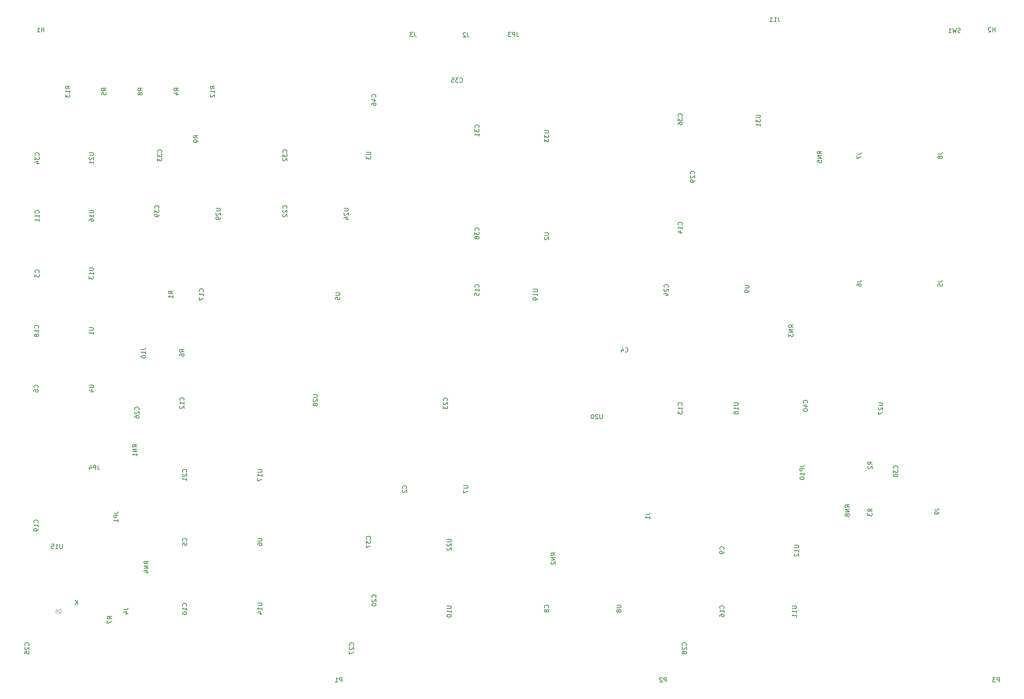
<source format=gbr>
%TF.GenerationSoftware,KiCad,Pcbnew,(6.0.11)*%
%TF.CreationDate,2024-05-14T10:13:50-05:00*%
%TF.ProjectId,processor.6809,70726f63-6573-4736-9f72-2e363830392e,v1.2*%
%TF.SameCoordinates,Original*%
%TF.FileFunction,Legend,Bot*%
%TF.FilePolarity,Positive*%
%FSLAX46Y46*%
G04 Gerber Fmt 4.6, Leading zero omitted, Abs format (unit mm)*
G04 Created by KiCad (PCBNEW (6.0.11)) date 2024-05-14 10:13:50*
%MOMM*%
%LPD*%
G01*
G04 APERTURE LIST*
%ADD10C,0.150000*%
%ADD11C,0.120000*%
G04 APERTURE END LIST*
D10*
%TO.C,P1*%
X112738095Y-226452380D02*
X112738095Y-225452380D01*
X112357142Y-225452380D01*
X112261904Y-225500000D01*
X112214285Y-225547619D01*
X112166666Y-225642857D01*
X112166666Y-225785714D01*
X112214285Y-225880952D01*
X112261904Y-225928571D01*
X112357142Y-225976190D01*
X112738095Y-225976190D01*
X111214285Y-226452380D02*
X111785714Y-226452380D01*
X111500000Y-226452380D02*
X111500000Y-225452380D01*
X111595238Y-225595238D01*
X111690476Y-225690476D01*
X111785714Y-225738095D01*
%TO.C,C2*%
X127432142Y-182208333D02*
X127479761Y-182160714D01*
X127527380Y-182017857D01*
X127527380Y-181922619D01*
X127479761Y-181779761D01*
X127384523Y-181684523D01*
X127289285Y-181636904D01*
X127098809Y-181589285D01*
X126955952Y-181589285D01*
X126765476Y-181636904D01*
X126670238Y-181684523D01*
X126575000Y-181779761D01*
X126527380Y-181922619D01*
X126527380Y-182017857D01*
X126575000Y-182160714D01*
X126622619Y-182208333D01*
X126622619Y-182589285D02*
X126575000Y-182636904D01*
X126527380Y-182732142D01*
X126527380Y-182970238D01*
X126575000Y-183065476D01*
X126622619Y-183113095D01*
X126717857Y-183160714D01*
X126813095Y-183160714D01*
X126955952Y-183113095D01*
X127527380Y-182541666D01*
X127527380Y-183160714D01*
%TO.C,C3*%
X43612142Y-132938333D02*
X43659761Y-132890714D01*
X43707380Y-132747857D01*
X43707380Y-132652619D01*
X43659761Y-132509761D01*
X43564523Y-132414523D01*
X43469285Y-132366904D01*
X43278809Y-132319285D01*
X43135952Y-132319285D01*
X42945476Y-132366904D01*
X42850238Y-132414523D01*
X42755000Y-132509761D01*
X42707380Y-132652619D01*
X42707380Y-132747857D01*
X42755000Y-132890714D01*
X42802619Y-132938333D01*
X42707380Y-133271666D02*
X42707380Y-133890714D01*
X43088333Y-133557380D01*
X43088333Y-133700238D01*
X43135952Y-133795476D01*
X43183571Y-133843095D01*
X43278809Y-133890714D01*
X43516904Y-133890714D01*
X43612142Y-133843095D01*
X43659761Y-133795476D01*
X43707380Y-133700238D01*
X43707380Y-133414523D01*
X43659761Y-133319285D01*
X43612142Y-133271666D01*
%TO.C,C4*%
X177366666Y-150982142D02*
X177414285Y-151029761D01*
X177557142Y-151077380D01*
X177652380Y-151077380D01*
X177795238Y-151029761D01*
X177890476Y-150934523D01*
X177938095Y-150839285D01*
X177985714Y-150648809D01*
X177985714Y-150505952D01*
X177938095Y-150315476D01*
X177890476Y-150220238D01*
X177795238Y-150125000D01*
X177652380Y-150077380D01*
X177557142Y-150077380D01*
X177414285Y-150125000D01*
X177366666Y-150172619D01*
X176509523Y-150410714D02*
X176509523Y-151077380D01*
X176747619Y-150029761D02*
X176985714Y-150744047D01*
X176366666Y-150744047D01*
%TO.C,C5*%
X77267142Y-194273333D02*
X77314761Y-194225714D01*
X77362380Y-194082857D01*
X77362380Y-193987619D01*
X77314761Y-193844761D01*
X77219523Y-193749523D01*
X77124285Y-193701904D01*
X76933809Y-193654285D01*
X76790952Y-193654285D01*
X76600476Y-193701904D01*
X76505238Y-193749523D01*
X76410000Y-193844761D01*
X76362380Y-193987619D01*
X76362380Y-194082857D01*
X76410000Y-194225714D01*
X76457619Y-194273333D01*
X76362380Y-195178095D02*
X76362380Y-194701904D01*
X76838571Y-194654285D01*
X76790952Y-194701904D01*
X76743333Y-194797142D01*
X76743333Y-195035238D01*
X76790952Y-195130476D01*
X76838571Y-195178095D01*
X76933809Y-195225714D01*
X77171904Y-195225714D01*
X77267142Y-195178095D01*
X77314761Y-195130476D01*
X77362380Y-195035238D01*
X77362380Y-194797142D01*
X77314761Y-194701904D01*
X77267142Y-194654285D01*
%TO.C,C6*%
X43357142Y-159233333D02*
X43404761Y-159185714D01*
X43452380Y-159042857D01*
X43452380Y-158947619D01*
X43404761Y-158804761D01*
X43309523Y-158709523D01*
X43214285Y-158661904D01*
X43023809Y-158614285D01*
X42880952Y-158614285D01*
X42690476Y-158661904D01*
X42595238Y-158709523D01*
X42500000Y-158804761D01*
X42452380Y-158947619D01*
X42452380Y-159042857D01*
X42500000Y-159185714D01*
X42547619Y-159233333D01*
X42452380Y-160090476D02*
X42452380Y-159900000D01*
X42500000Y-159804761D01*
X42547619Y-159757142D01*
X42690476Y-159661904D01*
X42880952Y-159614285D01*
X43261904Y-159614285D01*
X43357142Y-159661904D01*
X43404761Y-159709523D01*
X43452380Y-159804761D01*
X43452380Y-159995238D01*
X43404761Y-160090476D01*
X43357142Y-160138095D01*
X43261904Y-160185714D01*
X43023809Y-160185714D01*
X42928571Y-160138095D01*
X42880952Y-160090476D01*
X42833333Y-159995238D01*
X42833333Y-159804761D01*
X42880952Y-159709523D01*
X42928571Y-159661904D01*
X43023809Y-159614285D01*
%TO.C,C8*%
X159817142Y-209513333D02*
X159864761Y-209465714D01*
X159912380Y-209322857D01*
X159912380Y-209227619D01*
X159864761Y-209084761D01*
X159769523Y-208989523D01*
X159674285Y-208941904D01*
X159483809Y-208894285D01*
X159340952Y-208894285D01*
X159150476Y-208941904D01*
X159055238Y-208989523D01*
X158960000Y-209084761D01*
X158912380Y-209227619D01*
X158912380Y-209322857D01*
X158960000Y-209465714D01*
X159007619Y-209513333D01*
X159340952Y-210084761D02*
X159293333Y-209989523D01*
X159245714Y-209941904D01*
X159150476Y-209894285D01*
X159102857Y-209894285D01*
X159007619Y-209941904D01*
X158960000Y-209989523D01*
X158912380Y-210084761D01*
X158912380Y-210275238D01*
X158960000Y-210370476D01*
X159007619Y-210418095D01*
X159102857Y-210465714D01*
X159150476Y-210465714D01*
X159245714Y-210418095D01*
X159293333Y-210370476D01*
X159340952Y-210275238D01*
X159340952Y-210084761D01*
X159388571Y-209989523D01*
X159436190Y-209941904D01*
X159531428Y-209894285D01*
X159721904Y-209894285D01*
X159817142Y-209941904D01*
X159864761Y-209989523D01*
X159912380Y-210084761D01*
X159912380Y-210275238D01*
X159864761Y-210370476D01*
X159817142Y-210418095D01*
X159721904Y-210465714D01*
X159531428Y-210465714D01*
X159436190Y-210418095D01*
X159388571Y-210370476D01*
X159340952Y-210275238D01*
%TO.C,C9*%
X199822142Y-196178333D02*
X199869761Y-196130714D01*
X199917380Y-195987857D01*
X199917380Y-195892619D01*
X199869761Y-195749761D01*
X199774523Y-195654523D01*
X199679285Y-195606904D01*
X199488809Y-195559285D01*
X199345952Y-195559285D01*
X199155476Y-195606904D01*
X199060238Y-195654523D01*
X198965000Y-195749761D01*
X198917380Y-195892619D01*
X198917380Y-195987857D01*
X198965000Y-196130714D01*
X199012619Y-196178333D01*
X199917380Y-196654523D02*
X199917380Y-196845000D01*
X199869761Y-196940238D01*
X199822142Y-196987857D01*
X199679285Y-197083095D01*
X199488809Y-197130714D01*
X199107857Y-197130714D01*
X199012619Y-197083095D01*
X198965000Y-197035476D01*
X198917380Y-196940238D01*
X198917380Y-196749761D01*
X198965000Y-196654523D01*
X199012619Y-196606904D01*
X199107857Y-196559285D01*
X199345952Y-196559285D01*
X199441190Y-196606904D01*
X199488809Y-196654523D01*
X199536428Y-196749761D01*
X199536428Y-196940238D01*
X199488809Y-197035476D01*
X199441190Y-197083095D01*
X199345952Y-197130714D01*
%TO.C,C10*%
X77267142Y-209127142D02*
X77314761Y-209079523D01*
X77362380Y-208936666D01*
X77362380Y-208841428D01*
X77314761Y-208698571D01*
X77219523Y-208603333D01*
X77124285Y-208555714D01*
X76933809Y-208508095D01*
X76790952Y-208508095D01*
X76600476Y-208555714D01*
X76505238Y-208603333D01*
X76410000Y-208698571D01*
X76362380Y-208841428D01*
X76362380Y-208936666D01*
X76410000Y-209079523D01*
X76457619Y-209127142D01*
X77362380Y-210079523D02*
X77362380Y-209508095D01*
X77362380Y-209793809D02*
X76362380Y-209793809D01*
X76505238Y-209698571D01*
X76600476Y-209603333D01*
X76648095Y-209508095D01*
X76362380Y-210698571D02*
X76362380Y-210793809D01*
X76410000Y-210889047D01*
X76457619Y-210936666D01*
X76552857Y-210984285D01*
X76743333Y-211031904D01*
X76981428Y-211031904D01*
X77171904Y-210984285D01*
X77267142Y-210936666D01*
X77314761Y-210889047D01*
X77362380Y-210793809D01*
X77362380Y-210698571D01*
X77314761Y-210603333D01*
X77267142Y-210555714D01*
X77171904Y-210508095D01*
X76981428Y-210460476D01*
X76743333Y-210460476D01*
X76552857Y-210508095D01*
X76457619Y-210555714D01*
X76410000Y-210603333D01*
X76362380Y-210698571D01*
%TO.C,C11*%
X43612142Y-119314642D02*
X43659761Y-119267023D01*
X43707380Y-119124166D01*
X43707380Y-119028928D01*
X43659761Y-118886071D01*
X43564523Y-118790833D01*
X43469285Y-118743214D01*
X43278809Y-118695595D01*
X43135952Y-118695595D01*
X42945476Y-118743214D01*
X42850238Y-118790833D01*
X42755000Y-118886071D01*
X42707380Y-119028928D01*
X42707380Y-119124166D01*
X42755000Y-119267023D01*
X42802619Y-119314642D01*
X43707380Y-120267023D02*
X43707380Y-119695595D01*
X43707380Y-119981309D02*
X42707380Y-119981309D01*
X42850238Y-119886071D01*
X42945476Y-119790833D01*
X42993095Y-119695595D01*
X43707380Y-121219404D02*
X43707380Y-120647976D01*
X43707380Y-120933690D02*
X42707380Y-120933690D01*
X42850238Y-120838452D01*
X42945476Y-120743214D01*
X42993095Y-120647976D01*
%TO.C,C14*%
X190297142Y-122042142D02*
X190344761Y-121994523D01*
X190392380Y-121851666D01*
X190392380Y-121756428D01*
X190344761Y-121613571D01*
X190249523Y-121518333D01*
X190154285Y-121470714D01*
X189963809Y-121423095D01*
X189820952Y-121423095D01*
X189630476Y-121470714D01*
X189535238Y-121518333D01*
X189440000Y-121613571D01*
X189392380Y-121756428D01*
X189392380Y-121851666D01*
X189440000Y-121994523D01*
X189487619Y-122042142D01*
X190392380Y-122994523D02*
X190392380Y-122423095D01*
X190392380Y-122708809D02*
X189392380Y-122708809D01*
X189535238Y-122613571D01*
X189630476Y-122518333D01*
X189678095Y-122423095D01*
X189725714Y-123851666D02*
X190392380Y-123851666D01*
X189344761Y-123613571D02*
X190059047Y-123375476D01*
X190059047Y-123994523D01*
%TO.C,C15*%
X143957142Y-136257142D02*
X144004761Y-136209523D01*
X144052380Y-136066666D01*
X144052380Y-135971428D01*
X144004761Y-135828571D01*
X143909523Y-135733333D01*
X143814285Y-135685714D01*
X143623809Y-135638095D01*
X143480952Y-135638095D01*
X143290476Y-135685714D01*
X143195238Y-135733333D01*
X143100000Y-135828571D01*
X143052380Y-135971428D01*
X143052380Y-136066666D01*
X143100000Y-136209523D01*
X143147619Y-136257142D01*
X144052380Y-137209523D02*
X144052380Y-136638095D01*
X144052380Y-136923809D02*
X143052380Y-136923809D01*
X143195238Y-136828571D01*
X143290476Y-136733333D01*
X143338095Y-136638095D01*
X143052380Y-138114285D02*
X143052380Y-137638095D01*
X143528571Y-137590476D01*
X143480952Y-137638095D01*
X143433333Y-137733333D01*
X143433333Y-137971428D01*
X143480952Y-138066666D01*
X143528571Y-138114285D01*
X143623809Y-138161904D01*
X143861904Y-138161904D01*
X143957142Y-138114285D01*
X144004761Y-138066666D01*
X144052380Y-137971428D01*
X144052380Y-137733333D01*
X144004761Y-137638095D01*
X143957142Y-137590476D01*
%TO.C,C25*%
X41286742Y-218107142D02*
X41334361Y-218059523D01*
X41381980Y-217916666D01*
X41381980Y-217821428D01*
X41334361Y-217678571D01*
X41239123Y-217583333D01*
X41143885Y-217535714D01*
X40953409Y-217488095D01*
X40810552Y-217488095D01*
X40620076Y-217535714D01*
X40524838Y-217583333D01*
X40429600Y-217678571D01*
X40381980Y-217821428D01*
X40381980Y-217916666D01*
X40429600Y-218059523D01*
X40477219Y-218107142D01*
X40477219Y-218488095D02*
X40429600Y-218535714D01*
X40381980Y-218630952D01*
X40381980Y-218869047D01*
X40429600Y-218964285D01*
X40477219Y-219011904D01*
X40572457Y-219059523D01*
X40667695Y-219059523D01*
X40810552Y-219011904D01*
X41381980Y-218440476D01*
X41381980Y-219059523D01*
X40381980Y-219964285D02*
X40381980Y-219488095D01*
X40858171Y-219440476D01*
X40810552Y-219488095D01*
X40762933Y-219583333D01*
X40762933Y-219821428D01*
X40810552Y-219916666D01*
X40858171Y-219964285D01*
X40953409Y-220011904D01*
X41191504Y-220011904D01*
X41286742Y-219964285D01*
X41334361Y-219916666D01*
X41381980Y-219821428D01*
X41381980Y-219583333D01*
X41334361Y-219488095D01*
X41286742Y-219440476D01*
%TO.C,C26*%
X66377042Y-164257142D02*
X66424661Y-164209523D01*
X66472280Y-164066666D01*
X66472280Y-163971428D01*
X66424661Y-163828571D01*
X66329423Y-163733333D01*
X66234185Y-163685714D01*
X66043709Y-163638095D01*
X65900852Y-163638095D01*
X65710376Y-163685714D01*
X65615138Y-163733333D01*
X65519900Y-163828571D01*
X65472280Y-163971428D01*
X65472280Y-164066666D01*
X65519900Y-164209523D01*
X65567519Y-164257142D01*
X65567519Y-164638095D02*
X65519900Y-164685714D01*
X65472280Y-164780952D01*
X65472280Y-165019047D01*
X65519900Y-165114285D01*
X65567519Y-165161904D01*
X65662757Y-165209523D01*
X65757995Y-165209523D01*
X65900852Y-165161904D01*
X66472280Y-164590476D01*
X66472280Y-165209523D01*
X65472280Y-166066666D02*
X65472280Y-165876190D01*
X65519900Y-165780952D01*
X65567519Y-165733333D01*
X65710376Y-165638095D01*
X65900852Y-165590476D01*
X66281804Y-165590476D01*
X66377042Y-165638095D01*
X66424661Y-165685714D01*
X66472280Y-165780952D01*
X66472280Y-165971428D01*
X66424661Y-166066666D01*
X66377042Y-166114285D01*
X66281804Y-166161904D01*
X66043709Y-166161904D01*
X65948471Y-166114285D01*
X65900852Y-166066666D01*
X65853233Y-165971428D01*
X65853233Y-165780952D01*
X65900852Y-165685714D01*
X65948471Y-165638095D01*
X66043709Y-165590476D01*
%TO.C,C17*%
X81077142Y-137247142D02*
X81124761Y-137199523D01*
X81172380Y-137056666D01*
X81172380Y-136961428D01*
X81124761Y-136818571D01*
X81029523Y-136723333D01*
X80934285Y-136675714D01*
X80743809Y-136628095D01*
X80600952Y-136628095D01*
X80410476Y-136675714D01*
X80315238Y-136723333D01*
X80220000Y-136818571D01*
X80172380Y-136961428D01*
X80172380Y-137056666D01*
X80220000Y-137199523D01*
X80267619Y-137247142D01*
X81172380Y-138199523D02*
X81172380Y-137628095D01*
X81172380Y-137913809D02*
X80172380Y-137913809D01*
X80315238Y-137818571D01*
X80410476Y-137723333D01*
X80458095Y-137628095D01*
X80172380Y-138532857D02*
X80172380Y-139199523D01*
X81172380Y-138770952D01*
%TO.C,C20*%
X120447142Y-207172142D02*
X120494761Y-207124523D01*
X120542380Y-206981666D01*
X120542380Y-206886428D01*
X120494761Y-206743571D01*
X120399523Y-206648333D01*
X120304285Y-206600714D01*
X120113809Y-206553095D01*
X119970952Y-206553095D01*
X119780476Y-206600714D01*
X119685238Y-206648333D01*
X119590000Y-206743571D01*
X119542380Y-206886428D01*
X119542380Y-206981666D01*
X119590000Y-207124523D01*
X119637619Y-207172142D01*
X119637619Y-207553095D02*
X119590000Y-207600714D01*
X119542380Y-207695952D01*
X119542380Y-207934047D01*
X119590000Y-208029285D01*
X119637619Y-208076904D01*
X119732857Y-208124523D01*
X119828095Y-208124523D01*
X119970952Y-208076904D01*
X120542380Y-207505476D01*
X120542380Y-208124523D01*
X119542380Y-208743571D02*
X119542380Y-208838809D01*
X119590000Y-208934047D01*
X119637619Y-208981666D01*
X119732857Y-209029285D01*
X119923333Y-209076904D01*
X120161428Y-209076904D01*
X120351904Y-209029285D01*
X120447142Y-208981666D01*
X120494761Y-208934047D01*
X120542380Y-208838809D01*
X120542380Y-208743571D01*
X120494761Y-208648333D01*
X120447142Y-208600714D01*
X120351904Y-208553095D01*
X120161428Y-208505476D01*
X119923333Y-208505476D01*
X119732857Y-208553095D01*
X119637619Y-208600714D01*
X119590000Y-208648333D01*
X119542380Y-208743571D01*
%TO.C,C21*%
X77267142Y-178517142D02*
X77314761Y-178469523D01*
X77362380Y-178326666D01*
X77362380Y-178231428D01*
X77314761Y-178088571D01*
X77219523Y-177993333D01*
X77124285Y-177945714D01*
X76933809Y-177898095D01*
X76790952Y-177898095D01*
X76600476Y-177945714D01*
X76505238Y-177993333D01*
X76410000Y-178088571D01*
X76362380Y-178231428D01*
X76362380Y-178326666D01*
X76410000Y-178469523D01*
X76457619Y-178517142D01*
X76457619Y-178898095D02*
X76410000Y-178945714D01*
X76362380Y-179040952D01*
X76362380Y-179279047D01*
X76410000Y-179374285D01*
X76457619Y-179421904D01*
X76552857Y-179469523D01*
X76648095Y-179469523D01*
X76790952Y-179421904D01*
X77362380Y-178850476D01*
X77362380Y-179469523D01*
X77362380Y-180421904D02*
X77362380Y-179850476D01*
X77362380Y-180136190D02*
X76362380Y-180136190D01*
X76505238Y-180040952D01*
X76600476Y-179945714D01*
X76648095Y-179850476D01*
%TO.C,C22*%
X100127142Y-118232142D02*
X100174761Y-118184523D01*
X100222380Y-118041666D01*
X100222380Y-117946428D01*
X100174761Y-117803571D01*
X100079523Y-117708333D01*
X99984285Y-117660714D01*
X99793809Y-117613095D01*
X99650952Y-117613095D01*
X99460476Y-117660714D01*
X99365238Y-117708333D01*
X99270000Y-117803571D01*
X99222380Y-117946428D01*
X99222380Y-118041666D01*
X99270000Y-118184523D01*
X99317619Y-118232142D01*
X99317619Y-118613095D02*
X99270000Y-118660714D01*
X99222380Y-118755952D01*
X99222380Y-118994047D01*
X99270000Y-119089285D01*
X99317619Y-119136904D01*
X99412857Y-119184523D01*
X99508095Y-119184523D01*
X99650952Y-119136904D01*
X100222380Y-118565476D01*
X100222380Y-119184523D01*
X99317619Y-119565476D02*
X99270000Y-119613095D01*
X99222380Y-119708333D01*
X99222380Y-119946428D01*
X99270000Y-120041666D01*
X99317619Y-120089285D01*
X99412857Y-120136904D01*
X99508095Y-120136904D01*
X99650952Y-120089285D01*
X100222380Y-119517857D01*
X100222380Y-120136904D01*
%TO.C,C23*%
X136742142Y-162167142D02*
X136789761Y-162119523D01*
X136837380Y-161976666D01*
X136837380Y-161881428D01*
X136789761Y-161738571D01*
X136694523Y-161643333D01*
X136599285Y-161595714D01*
X136408809Y-161548095D01*
X136265952Y-161548095D01*
X136075476Y-161595714D01*
X135980238Y-161643333D01*
X135885000Y-161738571D01*
X135837380Y-161881428D01*
X135837380Y-161976666D01*
X135885000Y-162119523D01*
X135932619Y-162167142D01*
X135932619Y-162548095D02*
X135885000Y-162595714D01*
X135837380Y-162690952D01*
X135837380Y-162929047D01*
X135885000Y-163024285D01*
X135932619Y-163071904D01*
X136027857Y-163119523D01*
X136123095Y-163119523D01*
X136265952Y-163071904D01*
X136837380Y-162500476D01*
X136837380Y-163119523D01*
X135837380Y-163452857D02*
X135837380Y-164071904D01*
X136218333Y-163738571D01*
X136218333Y-163881428D01*
X136265952Y-163976666D01*
X136313571Y-164024285D01*
X136408809Y-164071904D01*
X136646904Y-164071904D01*
X136742142Y-164024285D01*
X136789761Y-163976666D01*
X136837380Y-163881428D01*
X136837380Y-163595714D01*
X136789761Y-163500476D01*
X136742142Y-163452857D01*
%TO.C,C27*%
X115357142Y-218107142D02*
X115404761Y-218059523D01*
X115452380Y-217916666D01*
X115452380Y-217821428D01*
X115404761Y-217678571D01*
X115309523Y-217583333D01*
X115214285Y-217535714D01*
X115023809Y-217488095D01*
X114880952Y-217488095D01*
X114690476Y-217535714D01*
X114595238Y-217583333D01*
X114500000Y-217678571D01*
X114452380Y-217821428D01*
X114452380Y-217916666D01*
X114500000Y-218059523D01*
X114547619Y-218107142D01*
X114547619Y-218488095D02*
X114500000Y-218535714D01*
X114452380Y-218630952D01*
X114452380Y-218869047D01*
X114500000Y-218964285D01*
X114547619Y-219011904D01*
X114642857Y-219059523D01*
X114738095Y-219059523D01*
X114880952Y-219011904D01*
X115452380Y-218440476D01*
X115452380Y-219059523D01*
X114452380Y-219392857D02*
X114452380Y-220059523D01*
X115452380Y-219630952D01*
%TO.C,C28*%
X191241842Y-218107142D02*
X191289461Y-218059523D01*
X191337080Y-217916666D01*
X191337080Y-217821428D01*
X191289461Y-217678571D01*
X191194223Y-217583333D01*
X191098985Y-217535714D01*
X190908509Y-217488095D01*
X190765652Y-217488095D01*
X190575176Y-217535714D01*
X190479938Y-217583333D01*
X190384700Y-217678571D01*
X190337080Y-217821428D01*
X190337080Y-217916666D01*
X190384700Y-218059523D01*
X190432319Y-218107142D01*
X190432319Y-218488095D02*
X190384700Y-218535714D01*
X190337080Y-218630952D01*
X190337080Y-218869047D01*
X190384700Y-218964285D01*
X190432319Y-219011904D01*
X190527557Y-219059523D01*
X190622795Y-219059523D01*
X190765652Y-219011904D01*
X191337080Y-218440476D01*
X191337080Y-219059523D01*
X190765652Y-219630952D02*
X190718033Y-219535714D01*
X190670414Y-219488095D01*
X190575176Y-219440476D01*
X190527557Y-219440476D01*
X190432319Y-219488095D01*
X190384700Y-219535714D01*
X190337080Y-219630952D01*
X190337080Y-219821428D01*
X190384700Y-219916666D01*
X190432319Y-219964285D01*
X190527557Y-220011904D01*
X190575176Y-220011904D01*
X190670414Y-219964285D01*
X190718033Y-219916666D01*
X190765652Y-219821428D01*
X190765652Y-219630952D01*
X190813271Y-219535714D01*
X190860890Y-219488095D01*
X190956128Y-219440476D01*
X191146604Y-219440476D01*
X191241842Y-219488095D01*
X191289461Y-219535714D01*
X191337080Y-219630952D01*
X191337080Y-219821428D01*
X191289461Y-219916666D01*
X191241842Y-219964285D01*
X191146604Y-220011904D01*
X190956128Y-220011904D01*
X190860890Y-219964285D01*
X190813271Y-219916666D01*
X190765652Y-219821428D01*
%TO.C,C29*%
X193107154Y-110357142D02*
X193154773Y-110309523D01*
X193202392Y-110166666D01*
X193202392Y-110071428D01*
X193154773Y-109928571D01*
X193059535Y-109833333D01*
X192964297Y-109785714D01*
X192773821Y-109738095D01*
X192630964Y-109738095D01*
X192440488Y-109785714D01*
X192345250Y-109833333D01*
X192250012Y-109928571D01*
X192202392Y-110071428D01*
X192202392Y-110166666D01*
X192250012Y-110309523D01*
X192297631Y-110357142D01*
X192297631Y-110738095D02*
X192250012Y-110785714D01*
X192202392Y-110880952D01*
X192202392Y-111119047D01*
X192250012Y-111214285D01*
X192297631Y-111261904D01*
X192392869Y-111309523D01*
X192488107Y-111309523D01*
X192630964Y-111261904D01*
X193202392Y-110690476D01*
X193202392Y-111309523D01*
X193202392Y-111785714D02*
X193202392Y-111976190D01*
X193154773Y-112071428D01*
X193107154Y-112119047D01*
X192964297Y-112214285D01*
X192773821Y-112261904D01*
X192392869Y-112261904D01*
X192297631Y-112214285D01*
X192250012Y-112166666D01*
X192202392Y-112071428D01*
X192202392Y-111880952D01*
X192250012Y-111785714D01*
X192297631Y-111738095D01*
X192392869Y-111690476D01*
X192630964Y-111690476D01*
X192726202Y-111738095D01*
X192773821Y-111785714D01*
X192821440Y-111880952D01*
X192821440Y-112071428D01*
X192773821Y-112166666D01*
X192726202Y-112214285D01*
X192630964Y-112261904D01*
D11*
%TO.C,D6*%
X48625476Y-210676904D02*
X48625476Y-209876904D01*
X48435000Y-209876904D01*
X48320714Y-209915000D01*
X48244523Y-209991190D01*
X48206428Y-210067380D01*
X48168333Y-210219761D01*
X48168333Y-210334047D01*
X48206428Y-210486428D01*
X48244523Y-210562619D01*
X48320714Y-210638809D01*
X48435000Y-210676904D01*
X48625476Y-210676904D01*
X47482619Y-209876904D02*
X47635000Y-209876904D01*
X47711190Y-209915000D01*
X47749285Y-209953095D01*
X47825476Y-210067380D01*
X47863571Y-210219761D01*
X47863571Y-210524523D01*
X47825476Y-210600714D01*
X47787380Y-210638809D01*
X47711190Y-210676904D01*
X47558809Y-210676904D01*
X47482619Y-210638809D01*
X47444523Y-210600714D01*
X47406428Y-210524523D01*
X47406428Y-210334047D01*
X47444523Y-210257857D01*
X47482619Y-210219761D01*
X47558809Y-210181666D01*
X47711190Y-210181666D01*
X47787380Y-210219761D01*
X47825476Y-210257857D01*
X47863571Y-210334047D01*
D10*
X52406904Y-208812380D02*
X52406904Y-207812380D01*
X51835476Y-208812380D02*
X52264047Y-208240952D01*
X51835476Y-207812380D02*
X52406904Y-208383809D01*
%TO.C,R5*%
X58947380Y-91403333D02*
X58471190Y-91070000D01*
X58947380Y-90831904D02*
X57947380Y-90831904D01*
X57947380Y-91212857D01*
X57995000Y-91308095D01*
X58042619Y-91355714D01*
X58137857Y-91403333D01*
X58280714Y-91403333D01*
X58375952Y-91355714D01*
X58423571Y-91308095D01*
X58471190Y-91212857D01*
X58471190Y-90831904D01*
X57947380Y-92308095D02*
X57947380Y-91831904D01*
X58423571Y-91784285D01*
X58375952Y-91831904D01*
X58328333Y-91927142D01*
X58328333Y-92165238D01*
X58375952Y-92260476D01*
X58423571Y-92308095D01*
X58518809Y-92355714D01*
X58756904Y-92355714D01*
X58852142Y-92308095D01*
X58899761Y-92260476D01*
X58947380Y-92165238D01*
X58947380Y-91927142D01*
X58899761Y-91831904D01*
X58852142Y-91784285D01*
%TO.C,R6*%
X76727380Y-151093333D02*
X76251190Y-150760000D01*
X76727380Y-150521904D02*
X75727380Y-150521904D01*
X75727380Y-150902857D01*
X75775000Y-150998095D01*
X75822619Y-151045714D01*
X75917857Y-151093333D01*
X76060714Y-151093333D01*
X76155952Y-151045714D01*
X76203571Y-150998095D01*
X76251190Y-150902857D01*
X76251190Y-150521904D01*
X75727380Y-151950476D02*
X75727380Y-151760000D01*
X75775000Y-151664761D01*
X75822619Y-151617142D01*
X75965476Y-151521904D01*
X76155952Y-151474285D01*
X76536904Y-151474285D01*
X76632142Y-151521904D01*
X76679761Y-151569523D01*
X76727380Y-151664761D01*
X76727380Y-151855238D01*
X76679761Y-151950476D01*
X76632142Y-151998095D01*
X76536904Y-152045714D01*
X76298809Y-152045714D01*
X76203571Y-151998095D01*
X76155952Y-151950476D01*
X76108333Y-151855238D01*
X76108333Y-151664761D01*
X76155952Y-151569523D01*
X76203571Y-151521904D01*
X76298809Y-151474285D01*
%TO.C,U4*%
X55072380Y-158628095D02*
X55881904Y-158628095D01*
X55977142Y-158675714D01*
X56024761Y-158723333D01*
X56072380Y-158818571D01*
X56072380Y-159009047D01*
X56024761Y-159104285D01*
X55977142Y-159151904D01*
X55881904Y-159199523D01*
X55072380Y-159199523D01*
X55405714Y-160104285D02*
X56072380Y-160104285D01*
X55024761Y-159866190D02*
X55739047Y-159628095D01*
X55739047Y-160247142D01*
%TO.C,U5*%
X111287380Y-137543095D02*
X112096904Y-137543095D01*
X112192142Y-137590714D01*
X112239761Y-137638333D01*
X112287380Y-137733571D01*
X112287380Y-137924047D01*
X112239761Y-138019285D01*
X112192142Y-138066904D01*
X112096904Y-138114523D01*
X111287380Y-138114523D01*
X111287380Y-139066904D02*
X111287380Y-138590714D01*
X111763571Y-138543095D01*
X111715952Y-138590714D01*
X111668333Y-138685952D01*
X111668333Y-138924047D01*
X111715952Y-139019285D01*
X111763571Y-139066904D01*
X111858809Y-139114523D01*
X112096904Y-139114523D01*
X112192142Y-139066904D01*
X112239761Y-139019285D01*
X112287380Y-138924047D01*
X112287380Y-138685952D01*
X112239761Y-138590714D01*
X112192142Y-138543095D01*
%TO.C,U6*%
X93512380Y-193668095D02*
X94321904Y-193668095D01*
X94417142Y-193715714D01*
X94464761Y-193763333D01*
X94512380Y-193858571D01*
X94512380Y-194049047D01*
X94464761Y-194144285D01*
X94417142Y-194191904D01*
X94321904Y-194239523D01*
X93512380Y-194239523D01*
X93512380Y-195144285D02*
X93512380Y-194953809D01*
X93560000Y-194858571D01*
X93607619Y-194810952D01*
X93750476Y-194715714D01*
X93940952Y-194668095D01*
X94321904Y-194668095D01*
X94417142Y-194715714D01*
X94464761Y-194763333D01*
X94512380Y-194858571D01*
X94512380Y-195049047D01*
X94464761Y-195144285D01*
X94417142Y-195191904D01*
X94321904Y-195239523D01*
X94083809Y-195239523D01*
X93988571Y-195191904D01*
X93940952Y-195144285D01*
X93893333Y-195049047D01*
X93893333Y-194858571D01*
X93940952Y-194763333D01*
X93988571Y-194715714D01*
X94083809Y-194668095D01*
%TO.C,U8*%
X175422380Y-208908095D02*
X176231904Y-208908095D01*
X176327142Y-208955714D01*
X176374761Y-209003333D01*
X176422380Y-209098571D01*
X176422380Y-209289047D01*
X176374761Y-209384285D01*
X176327142Y-209431904D01*
X176231904Y-209479523D01*
X175422380Y-209479523D01*
X175850952Y-210098571D02*
X175803333Y-210003333D01*
X175755714Y-209955714D01*
X175660476Y-209908095D01*
X175612857Y-209908095D01*
X175517619Y-209955714D01*
X175470000Y-210003333D01*
X175422380Y-210098571D01*
X175422380Y-210289047D01*
X175470000Y-210384285D01*
X175517619Y-210431904D01*
X175612857Y-210479523D01*
X175660476Y-210479523D01*
X175755714Y-210431904D01*
X175803333Y-210384285D01*
X175850952Y-210289047D01*
X175850952Y-210098571D01*
X175898571Y-210003333D01*
X175946190Y-209955714D01*
X176041428Y-209908095D01*
X176231904Y-209908095D01*
X176327142Y-209955714D01*
X176374761Y-210003333D01*
X176422380Y-210098571D01*
X176422380Y-210289047D01*
X176374761Y-210384285D01*
X176327142Y-210431904D01*
X176231904Y-210479523D01*
X176041428Y-210479523D01*
X175946190Y-210431904D01*
X175898571Y-210384285D01*
X175850952Y-210289047D01*
%TO.C,U15*%
X48988095Y-194952380D02*
X48988095Y-195761904D01*
X48940476Y-195857142D01*
X48892857Y-195904761D01*
X48797619Y-195952380D01*
X48607142Y-195952380D01*
X48511904Y-195904761D01*
X48464285Y-195857142D01*
X48416666Y-195761904D01*
X48416666Y-194952380D01*
X47416666Y-195952380D02*
X47988095Y-195952380D01*
X47702380Y-195952380D02*
X47702380Y-194952380D01*
X47797619Y-195095238D01*
X47892857Y-195190476D01*
X47988095Y-195238095D01*
X46511904Y-194952380D02*
X46988095Y-194952380D01*
X47035714Y-195428571D01*
X46988095Y-195380952D01*
X46892857Y-195333333D01*
X46654761Y-195333333D01*
X46559523Y-195380952D01*
X46511904Y-195428571D01*
X46464285Y-195523809D01*
X46464285Y-195761904D01*
X46511904Y-195857142D01*
X46559523Y-195904761D01*
X46654761Y-195952380D01*
X46892857Y-195952380D01*
X46988095Y-195904761D01*
X47035714Y-195857142D01*
%TO.C,U1*%
X55072380Y-145480595D02*
X55881904Y-145480595D01*
X55977142Y-145528214D01*
X56024761Y-145575833D01*
X56072380Y-145671071D01*
X56072380Y-145861547D01*
X56024761Y-145956785D01*
X55977142Y-146004404D01*
X55881904Y-146052023D01*
X55072380Y-146052023D01*
X56072380Y-147052023D02*
X56072380Y-146480595D01*
X56072380Y-146766309D02*
X55072380Y-146766309D01*
X55215238Y-146671071D01*
X55310476Y-146575833D01*
X55358095Y-146480595D01*
%TO.C,P2*%
X186738095Y-226452380D02*
X186738095Y-225452380D01*
X186357142Y-225452380D01*
X186261904Y-225500000D01*
X186214285Y-225547619D01*
X186166666Y-225642857D01*
X186166666Y-225785714D01*
X186214285Y-225880952D01*
X186261904Y-225928571D01*
X186357142Y-225976190D01*
X186738095Y-225976190D01*
X185785714Y-225547619D02*
X185738095Y-225500000D01*
X185642857Y-225452380D01*
X185404761Y-225452380D01*
X185309523Y-225500000D01*
X185261904Y-225547619D01*
X185214285Y-225642857D01*
X185214285Y-225738095D01*
X185261904Y-225880952D01*
X185833333Y-226452380D01*
X185214285Y-226452380D01*
%TO.C,H2*%
X261761904Y-77952380D02*
X261761904Y-76952380D01*
X261761904Y-77428571D02*
X261190476Y-77428571D01*
X261190476Y-77952380D02*
X261190476Y-76952380D01*
X260761904Y-77047619D02*
X260714285Y-77000000D01*
X260619047Y-76952380D01*
X260380952Y-76952380D01*
X260285714Y-77000000D01*
X260238095Y-77047619D01*
X260190476Y-77142857D01*
X260190476Y-77238095D01*
X260238095Y-77380952D01*
X260809523Y-77952380D01*
X260190476Y-77952380D01*
%TO.C,RN1*%
X65997380Y-172794523D02*
X65521190Y-172461190D01*
X65997380Y-172223095D02*
X64997380Y-172223095D01*
X64997380Y-172604047D01*
X65045000Y-172699285D01*
X65092619Y-172746904D01*
X65187857Y-172794523D01*
X65330714Y-172794523D01*
X65425952Y-172746904D01*
X65473571Y-172699285D01*
X65521190Y-172604047D01*
X65521190Y-172223095D01*
X65997380Y-173223095D02*
X64997380Y-173223095D01*
X65997380Y-173794523D01*
X64997380Y-173794523D01*
X65997380Y-174794523D02*
X65997380Y-174223095D01*
X65997380Y-174508809D02*
X64997380Y-174508809D01*
X65140238Y-174413571D01*
X65235476Y-174318333D01*
X65283095Y-174223095D01*
%TO.C,U11*%
X215432380Y-209066904D02*
X216241904Y-209066904D01*
X216337142Y-209114523D01*
X216384761Y-209162142D01*
X216432380Y-209257380D01*
X216432380Y-209447857D01*
X216384761Y-209543095D01*
X216337142Y-209590714D01*
X216241904Y-209638333D01*
X215432380Y-209638333D01*
X216432380Y-210638333D02*
X216432380Y-210066904D01*
X216432380Y-210352619D02*
X215432380Y-210352619D01*
X215575238Y-210257380D01*
X215670476Y-210162142D01*
X215718095Y-210066904D01*
X216432380Y-211590714D02*
X216432380Y-211019285D01*
X216432380Y-211305000D02*
X215432380Y-211305000D01*
X215575238Y-211209761D01*
X215670476Y-211114523D01*
X215718095Y-211019285D01*
%TO.C,C19*%
X43357142Y-190057142D02*
X43404761Y-190009523D01*
X43452380Y-189866666D01*
X43452380Y-189771428D01*
X43404761Y-189628571D01*
X43309523Y-189533333D01*
X43214285Y-189485714D01*
X43023809Y-189438095D01*
X42880952Y-189438095D01*
X42690476Y-189485714D01*
X42595238Y-189533333D01*
X42500000Y-189628571D01*
X42452380Y-189771428D01*
X42452380Y-189866666D01*
X42500000Y-190009523D01*
X42547619Y-190057142D01*
X43452380Y-191009523D02*
X43452380Y-190438095D01*
X43452380Y-190723809D02*
X42452380Y-190723809D01*
X42595238Y-190628571D01*
X42690476Y-190533333D01*
X42738095Y-190438095D01*
X43452380Y-191485714D02*
X43452380Y-191676190D01*
X43404761Y-191771428D01*
X43357142Y-191819047D01*
X43214285Y-191914285D01*
X43023809Y-191961904D01*
X42642857Y-191961904D01*
X42547619Y-191914285D01*
X42500000Y-191866666D01*
X42452380Y-191771428D01*
X42452380Y-191580952D01*
X42500000Y-191485714D01*
X42547619Y-191438095D01*
X42642857Y-191390476D01*
X42880952Y-191390476D01*
X42976190Y-191438095D01*
X43023809Y-191485714D01*
X43071428Y-191580952D01*
X43071428Y-191771428D01*
X43023809Y-191866666D01*
X42976190Y-191914285D01*
X42880952Y-191961904D01*
%TO.C,C18*%
X43482142Y-145609642D02*
X43529761Y-145562023D01*
X43577380Y-145419166D01*
X43577380Y-145323928D01*
X43529761Y-145181071D01*
X43434523Y-145085833D01*
X43339285Y-145038214D01*
X43148809Y-144990595D01*
X43005952Y-144990595D01*
X42815476Y-145038214D01*
X42720238Y-145085833D01*
X42625000Y-145181071D01*
X42577380Y-145323928D01*
X42577380Y-145419166D01*
X42625000Y-145562023D01*
X42672619Y-145609642D01*
X43577380Y-146562023D02*
X43577380Y-145990595D01*
X43577380Y-146276309D02*
X42577380Y-146276309D01*
X42720238Y-146181071D01*
X42815476Y-146085833D01*
X42863095Y-145990595D01*
X43005952Y-147133452D02*
X42958333Y-147038214D01*
X42910714Y-146990595D01*
X42815476Y-146942976D01*
X42767857Y-146942976D01*
X42672619Y-146990595D01*
X42625000Y-147038214D01*
X42577380Y-147133452D01*
X42577380Y-147323928D01*
X42625000Y-147419166D01*
X42672619Y-147466785D01*
X42767857Y-147514404D01*
X42815476Y-147514404D01*
X42910714Y-147466785D01*
X42958333Y-147419166D01*
X43005952Y-147323928D01*
X43005952Y-147133452D01*
X43053571Y-147038214D01*
X43101190Y-146990595D01*
X43196428Y-146942976D01*
X43386904Y-146942976D01*
X43482142Y-146990595D01*
X43529761Y-147038214D01*
X43577380Y-147133452D01*
X43577380Y-147323928D01*
X43529761Y-147419166D01*
X43482142Y-147466785D01*
X43386904Y-147514404D01*
X43196428Y-147514404D01*
X43101190Y-147466785D01*
X43053571Y-147419166D01*
X43005952Y-147323928D01*
%TO.C,C12*%
X76632142Y-162087142D02*
X76679761Y-162039523D01*
X76727380Y-161896666D01*
X76727380Y-161801428D01*
X76679761Y-161658571D01*
X76584523Y-161563333D01*
X76489285Y-161515714D01*
X76298809Y-161468095D01*
X76155952Y-161468095D01*
X75965476Y-161515714D01*
X75870238Y-161563333D01*
X75775000Y-161658571D01*
X75727380Y-161801428D01*
X75727380Y-161896666D01*
X75775000Y-162039523D01*
X75822619Y-162087142D01*
X76727380Y-163039523D02*
X76727380Y-162468095D01*
X76727380Y-162753809D02*
X75727380Y-162753809D01*
X75870238Y-162658571D01*
X75965476Y-162563333D01*
X76013095Y-162468095D01*
X75822619Y-163420476D02*
X75775000Y-163468095D01*
X75727380Y-163563333D01*
X75727380Y-163801428D01*
X75775000Y-163896666D01*
X75822619Y-163944285D01*
X75917857Y-163991904D01*
X76013095Y-163991904D01*
X76155952Y-163944285D01*
X76727380Y-163372857D01*
X76727380Y-163991904D01*
%TO.C,C16*%
X199822142Y-209632142D02*
X199869761Y-209584523D01*
X199917380Y-209441666D01*
X199917380Y-209346428D01*
X199869761Y-209203571D01*
X199774523Y-209108333D01*
X199679285Y-209060714D01*
X199488809Y-209013095D01*
X199345952Y-209013095D01*
X199155476Y-209060714D01*
X199060238Y-209108333D01*
X198965000Y-209203571D01*
X198917380Y-209346428D01*
X198917380Y-209441666D01*
X198965000Y-209584523D01*
X199012619Y-209632142D01*
X199917380Y-210584523D02*
X199917380Y-210013095D01*
X199917380Y-210298809D02*
X198917380Y-210298809D01*
X199060238Y-210203571D01*
X199155476Y-210108333D01*
X199203095Y-210013095D01*
X198917380Y-211441666D02*
X198917380Y-211251190D01*
X198965000Y-211155952D01*
X199012619Y-211108333D01*
X199155476Y-211013095D01*
X199345952Y-210965476D01*
X199726904Y-210965476D01*
X199822142Y-211013095D01*
X199869761Y-211060714D01*
X199917380Y-211155952D01*
X199917380Y-211346428D01*
X199869761Y-211441666D01*
X199822142Y-211489285D01*
X199726904Y-211536904D01*
X199488809Y-211536904D01*
X199393571Y-211489285D01*
X199345952Y-211441666D01*
X199298333Y-211346428D01*
X199298333Y-211155952D01*
X199345952Y-211060714D01*
X199393571Y-211013095D01*
X199488809Y-210965476D01*
%TO.C,U3*%
X118337380Y-105413095D02*
X119146904Y-105413095D01*
X119242142Y-105460714D01*
X119289761Y-105508333D01*
X119337380Y-105603571D01*
X119337380Y-105794047D01*
X119289761Y-105889285D01*
X119242142Y-105936904D01*
X119146904Y-105984523D01*
X118337380Y-105984523D01*
X118337380Y-106365476D02*
X118337380Y-106984523D01*
X118718333Y-106651190D01*
X118718333Y-106794047D01*
X118765952Y-106889285D01*
X118813571Y-106936904D01*
X118908809Y-106984523D01*
X119146904Y-106984523D01*
X119242142Y-106936904D01*
X119289761Y-106889285D01*
X119337380Y-106794047D01*
X119337380Y-106508333D01*
X119289761Y-106413095D01*
X119242142Y-106365476D01*
%TO.C,H1*%
X44761904Y-77952380D02*
X44761904Y-76952380D01*
X44761904Y-77428571D02*
X44190476Y-77428571D01*
X44190476Y-77952380D02*
X44190476Y-76952380D01*
X43190476Y-77952380D02*
X43761904Y-77952380D01*
X43476190Y-77952380D02*
X43476190Y-76952380D01*
X43571428Y-77095238D01*
X43666666Y-77190476D01*
X43761904Y-77238095D01*
%TO.C,P3*%
X262738095Y-226452380D02*
X262738095Y-225452380D01*
X262357142Y-225452380D01*
X262261904Y-225500000D01*
X262214285Y-225547619D01*
X262166666Y-225642857D01*
X262166666Y-225785714D01*
X262214285Y-225880952D01*
X262261904Y-225928571D01*
X262357142Y-225976190D01*
X262738095Y-225976190D01*
X261833333Y-225452380D02*
X261214285Y-225452380D01*
X261547619Y-225833333D01*
X261404761Y-225833333D01*
X261309523Y-225880952D01*
X261261904Y-225928571D01*
X261214285Y-226023809D01*
X261214285Y-226261904D01*
X261261904Y-226357142D01*
X261309523Y-226404761D01*
X261404761Y-226452380D01*
X261690476Y-226452380D01*
X261785714Y-226404761D01*
X261833333Y-226357142D01*
%TO.C,U13*%
X55072380Y-131856904D02*
X55881904Y-131856904D01*
X55977142Y-131904523D01*
X56024761Y-131952142D01*
X56072380Y-132047380D01*
X56072380Y-132237857D01*
X56024761Y-132333095D01*
X55977142Y-132380714D01*
X55881904Y-132428333D01*
X55072380Y-132428333D01*
X56072380Y-133428333D02*
X56072380Y-132856904D01*
X56072380Y-133142619D02*
X55072380Y-133142619D01*
X55215238Y-133047380D01*
X55310476Y-132952142D01*
X55358095Y-132856904D01*
X55072380Y-133761666D02*
X55072380Y-134380714D01*
X55453333Y-134047380D01*
X55453333Y-134190238D01*
X55500952Y-134285476D01*
X55548571Y-134333095D01*
X55643809Y-134380714D01*
X55881904Y-134380714D01*
X55977142Y-134333095D01*
X56024761Y-134285476D01*
X56072380Y-134190238D01*
X56072380Y-133904523D01*
X56024761Y-133809285D01*
X55977142Y-133761666D01*
%TO.C,C36*%
X190297142Y-97277142D02*
X190344761Y-97229523D01*
X190392380Y-97086666D01*
X190392380Y-96991428D01*
X190344761Y-96848571D01*
X190249523Y-96753333D01*
X190154285Y-96705714D01*
X189963809Y-96658095D01*
X189820952Y-96658095D01*
X189630476Y-96705714D01*
X189535238Y-96753333D01*
X189440000Y-96848571D01*
X189392380Y-96991428D01*
X189392380Y-97086666D01*
X189440000Y-97229523D01*
X189487619Y-97277142D01*
X189392380Y-97610476D02*
X189392380Y-98229523D01*
X189773333Y-97896190D01*
X189773333Y-98039047D01*
X189820952Y-98134285D01*
X189868571Y-98181904D01*
X189963809Y-98229523D01*
X190201904Y-98229523D01*
X190297142Y-98181904D01*
X190344761Y-98134285D01*
X190392380Y-98039047D01*
X190392380Y-97753333D01*
X190344761Y-97658095D01*
X190297142Y-97610476D01*
X189392380Y-99086666D02*
X189392380Y-98896190D01*
X189440000Y-98800952D01*
X189487619Y-98753333D01*
X189630476Y-98658095D01*
X189820952Y-98610476D01*
X190201904Y-98610476D01*
X190297142Y-98658095D01*
X190344761Y-98705714D01*
X190392380Y-98800952D01*
X190392380Y-98991428D01*
X190344761Y-99086666D01*
X190297142Y-99134285D01*
X190201904Y-99181904D01*
X189963809Y-99181904D01*
X189868571Y-99134285D01*
X189820952Y-99086666D01*
X189773333Y-98991428D01*
X189773333Y-98800952D01*
X189820952Y-98705714D01*
X189868571Y-98658095D01*
X189963809Y-98610476D01*
%TO.C,C38*%
X143957142Y-123312142D02*
X144004761Y-123264523D01*
X144052380Y-123121666D01*
X144052380Y-123026428D01*
X144004761Y-122883571D01*
X143909523Y-122788333D01*
X143814285Y-122740714D01*
X143623809Y-122693095D01*
X143480952Y-122693095D01*
X143290476Y-122740714D01*
X143195238Y-122788333D01*
X143100000Y-122883571D01*
X143052380Y-123026428D01*
X143052380Y-123121666D01*
X143100000Y-123264523D01*
X143147619Y-123312142D01*
X143052380Y-123645476D02*
X143052380Y-124264523D01*
X143433333Y-123931190D01*
X143433333Y-124074047D01*
X143480952Y-124169285D01*
X143528571Y-124216904D01*
X143623809Y-124264523D01*
X143861904Y-124264523D01*
X143957142Y-124216904D01*
X144004761Y-124169285D01*
X144052380Y-124074047D01*
X144052380Y-123788333D01*
X144004761Y-123693095D01*
X143957142Y-123645476D01*
X143480952Y-124835952D02*
X143433333Y-124740714D01*
X143385714Y-124693095D01*
X143290476Y-124645476D01*
X143242857Y-124645476D01*
X143147619Y-124693095D01*
X143100000Y-124740714D01*
X143052380Y-124835952D01*
X143052380Y-125026428D01*
X143100000Y-125121666D01*
X143147619Y-125169285D01*
X143242857Y-125216904D01*
X143290476Y-125216904D01*
X143385714Y-125169285D01*
X143433333Y-125121666D01*
X143480952Y-125026428D01*
X143480952Y-124835952D01*
X143528571Y-124740714D01*
X143576190Y-124693095D01*
X143671428Y-124645476D01*
X143861904Y-124645476D01*
X143957142Y-124693095D01*
X144004761Y-124740714D01*
X144052380Y-124835952D01*
X144052380Y-125026428D01*
X144004761Y-125121666D01*
X143957142Y-125169285D01*
X143861904Y-125216904D01*
X143671428Y-125216904D01*
X143576190Y-125169285D01*
X143528571Y-125121666D01*
X143480952Y-125026428D01*
%TO.C,C46*%
X120417042Y-92832142D02*
X120464661Y-92784523D01*
X120512280Y-92641666D01*
X120512280Y-92546428D01*
X120464661Y-92403571D01*
X120369423Y-92308333D01*
X120274185Y-92260714D01*
X120083709Y-92213095D01*
X119940852Y-92213095D01*
X119750376Y-92260714D01*
X119655138Y-92308333D01*
X119559900Y-92403571D01*
X119512280Y-92546428D01*
X119512280Y-92641666D01*
X119559900Y-92784523D01*
X119607519Y-92832142D01*
X119845614Y-93689285D02*
X120512280Y-93689285D01*
X119464661Y-93451190D02*
X120178947Y-93213095D01*
X120178947Y-93832142D01*
X119512280Y-94641666D02*
X119512280Y-94451190D01*
X119559900Y-94355952D01*
X119607519Y-94308333D01*
X119750376Y-94213095D01*
X119940852Y-94165476D01*
X120321804Y-94165476D01*
X120417042Y-94213095D01*
X120464661Y-94260714D01*
X120512280Y-94355952D01*
X120512280Y-94546428D01*
X120464661Y-94641666D01*
X120417042Y-94689285D01*
X120321804Y-94736904D01*
X120083709Y-94736904D01*
X119988471Y-94689285D01*
X119940852Y-94641666D01*
X119893233Y-94546428D01*
X119893233Y-94355952D01*
X119940852Y-94260714D01*
X119988471Y-94213095D01*
X120083709Y-94165476D01*
%TO.C,U19*%
X156362380Y-136676904D02*
X157171904Y-136676904D01*
X157267142Y-136724523D01*
X157314761Y-136772142D01*
X157362380Y-136867380D01*
X157362380Y-137057857D01*
X157314761Y-137153095D01*
X157267142Y-137200714D01*
X157171904Y-137248333D01*
X156362380Y-137248333D01*
X157362380Y-138248333D02*
X157362380Y-137676904D01*
X157362380Y-137962619D02*
X156362380Y-137962619D01*
X156505238Y-137867380D01*
X156600476Y-137772142D01*
X156648095Y-137676904D01*
X157362380Y-138724523D02*
X157362380Y-138915000D01*
X157314761Y-139010238D01*
X157267142Y-139057857D01*
X157124285Y-139153095D01*
X156933809Y-139200714D01*
X156552857Y-139200714D01*
X156457619Y-139153095D01*
X156410000Y-139105476D01*
X156362380Y-139010238D01*
X156362380Y-138819761D01*
X156410000Y-138724523D01*
X156457619Y-138676904D01*
X156552857Y-138629285D01*
X156790952Y-138629285D01*
X156886190Y-138676904D01*
X156933809Y-138724523D01*
X156981428Y-138819761D01*
X156981428Y-139010238D01*
X156933809Y-139105476D01*
X156886190Y-139153095D01*
X156790952Y-139200714D01*
%TO.C,U7*%
X140482380Y-181603095D02*
X141291904Y-181603095D01*
X141387142Y-181650714D01*
X141434761Y-181698333D01*
X141482380Y-181793571D01*
X141482380Y-181984047D01*
X141434761Y-182079285D01*
X141387142Y-182126904D01*
X141291904Y-182174523D01*
X140482380Y-182174523D01*
X140482380Y-182555476D02*
X140482380Y-183222142D01*
X141482380Y-182793571D01*
%TO.C,RN4*%
X68597380Y-199464523D02*
X68121190Y-199131190D01*
X68597380Y-198893095D02*
X67597380Y-198893095D01*
X67597380Y-199274047D01*
X67645000Y-199369285D01*
X67692619Y-199416904D01*
X67787857Y-199464523D01*
X67930714Y-199464523D01*
X68025952Y-199416904D01*
X68073571Y-199369285D01*
X68121190Y-199274047D01*
X68121190Y-198893095D01*
X68597380Y-199893095D02*
X67597380Y-199893095D01*
X68597380Y-200464523D01*
X67597380Y-200464523D01*
X67930714Y-201369285D02*
X68597380Y-201369285D01*
X67549761Y-201131190D02*
X68264047Y-200893095D01*
X68264047Y-201512142D01*
%TO.C,J11*%
X212289523Y-74539880D02*
X212289523Y-75254166D01*
X212337142Y-75397023D01*
X212432380Y-75492261D01*
X212575238Y-75539880D01*
X212670476Y-75539880D01*
X211289523Y-75539880D02*
X211860952Y-75539880D01*
X211575238Y-75539880D02*
X211575238Y-74539880D01*
X211670476Y-74682738D01*
X211765714Y-74777976D01*
X211860952Y-74825595D01*
X210337142Y-75539880D02*
X210908571Y-75539880D01*
X210622857Y-75539880D02*
X210622857Y-74539880D01*
X210718095Y-74682738D01*
X210813333Y-74777976D01*
X210908571Y-74825595D01*
%TO.C,RN5*%
X222157380Y-105809523D02*
X221681190Y-105476190D01*
X222157380Y-105238095D02*
X221157380Y-105238095D01*
X221157380Y-105619047D01*
X221205000Y-105714285D01*
X221252619Y-105761904D01*
X221347857Y-105809523D01*
X221490714Y-105809523D01*
X221585952Y-105761904D01*
X221633571Y-105714285D01*
X221681190Y-105619047D01*
X221681190Y-105238095D01*
X222157380Y-106238095D02*
X221157380Y-106238095D01*
X222157380Y-106809523D01*
X221157380Y-106809523D01*
X221157380Y-107761904D02*
X221157380Y-107285714D01*
X221633571Y-107238095D01*
X221585952Y-107285714D01*
X221538333Y-107380952D01*
X221538333Y-107619047D01*
X221585952Y-107714285D01*
X221633571Y-107761904D01*
X221728809Y-107809523D01*
X221966904Y-107809523D01*
X222062142Y-107761904D01*
X222109761Y-107714285D01*
X222157380Y-107619047D01*
X222157380Y-107380952D01*
X222109761Y-107285714D01*
X222062142Y-107238095D01*
%TO.C,U31*%
X207187380Y-96951904D02*
X207996904Y-96951904D01*
X208092142Y-96999523D01*
X208139761Y-97047142D01*
X208187380Y-97142380D01*
X208187380Y-97332857D01*
X208139761Y-97428095D01*
X208092142Y-97475714D01*
X207996904Y-97523333D01*
X207187380Y-97523333D01*
X207187380Y-97904285D02*
X207187380Y-98523333D01*
X207568333Y-98190000D01*
X207568333Y-98332857D01*
X207615952Y-98428095D01*
X207663571Y-98475714D01*
X207758809Y-98523333D01*
X207996904Y-98523333D01*
X208092142Y-98475714D01*
X208139761Y-98428095D01*
X208187380Y-98332857D01*
X208187380Y-98047142D01*
X208139761Y-97951904D01*
X208092142Y-97904285D01*
X208187380Y-99475714D02*
X208187380Y-98904285D01*
X208187380Y-99190000D02*
X207187380Y-99190000D01*
X207330238Y-99094761D01*
X207425476Y-98999523D01*
X207473095Y-98904285D01*
%TO.C,U33*%
X158917380Y-100481904D02*
X159726904Y-100481904D01*
X159822142Y-100529523D01*
X159869761Y-100577142D01*
X159917380Y-100672380D01*
X159917380Y-100862857D01*
X159869761Y-100958095D01*
X159822142Y-101005714D01*
X159726904Y-101053333D01*
X158917380Y-101053333D01*
X158917380Y-101434285D02*
X158917380Y-102053333D01*
X159298333Y-101720000D01*
X159298333Y-101862857D01*
X159345952Y-101958095D01*
X159393571Y-102005714D01*
X159488809Y-102053333D01*
X159726904Y-102053333D01*
X159822142Y-102005714D01*
X159869761Y-101958095D01*
X159917380Y-101862857D01*
X159917380Y-101577142D01*
X159869761Y-101481904D01*
X159822142Y-101434285D01*
X158917380Y-102386666D02*
X158917380Y-103005714D01*
X159298333Y-102672380D01*
X159298333Y-102815238D01*
X159345952Y-102910476D01*
X159393571Y-102958095D01*
X159488809Y-103005714D01*
X159726904Y-103005714D01*
X159822142Y-102958095D01*
X159869761Y-102910476D01*
X159917380Y-102815238D01*
X159917380Y-102529523D01*
X159869761Y-102434285D01*
X159822142Y-102386666D01*
%TO.C,U20*%
X172128095Y-165317380D02*
X172128095Y-166126904D01*
X172080476Y-166222142D01*
X172032857Y-166269761D01*
X171937619Y-166317380D01*
X171747142Y-166317380D01*
X171651904Y-166269761D01*
X171604285Y-166222142D01*
X171556666Y-166126904D01*
X171556666Y-165317380D01*
X171128095Y-165412619D02*
X171080476Y-165365000D01*
X170985238Y-165317380D01*
X170747142Y-165317380D01*
X170651904Y-165365000D01*
X170604285Y-165412619D01*
X170556666Y-165507857D01*
X170556666Y-165603095D01*
X170604285Y-165745952D01*
X171175714Y-166317380D01*
X170556666Y-166317380D01*
X169937619Y-165317380D02*
X169842380Y-165317380D01*
X169747142Y-165365000D01*
X169699523Y-165412619D01*
X169651904Y-165507857D01*
X169604285Y-165698333D01*
X169604285Y-165936428D01*
X169651904Y-166126904D01*
X169699523Y-166222142D01*
X169747142Y-166269761D01*
X169842380Y-166317380D01*
X169937619Y-166317380D01*
X170032857Y-166269761D01*
X170080476Y-166222142D01*
X170128095Y-166126904D01*
X170175714Y-165936428D01*
X170175714Y-165698333D01*
X170128095Y-165507857D01*
X170080476Y-165412619D01*
X170032857Y-165365000D01*
X169937619Y-165317380D01*
%TO.C,C37*%
X119177142Y-193797142D02*
X119224761Y-193749523D01*
X119272380Y-193606666D01*
X119272380Y-193511428D01*
X119224761Y-193368571D01*
X119129523Y-193273333D01*
X119034285Y-193225714D01*
X118843809Y-193178095D01*
X118700952Y-193178095D01*
X118510476Y-193225714D01*
X118415238Y-193273333D01*
X118320000Y-193368571D01*
X118272380Y-193511428D01*
X118272380Y-193606666D01*
X118320000Y-193749523D01*
X118367619Y-193797142D01*
X118272380Y-194130476D02*
X118272380Y-194749523D01*
X118653333Y-194416190D01*
X118653333Y-194559047D01*
X118700952Y-194654285D01*
X118748571Y-194701904D01*
X118843809Y-194749523D01*
X119081904Y-194749523D01*
X119177142Y-194701904D01*
X119224761Y-194654285D01*
X119272380Y-194559047D01*
X119272380Y-194273333D01*
X119224761Y-194178095D01*
X119177142Y-194130476D01*
X118272380Y-195082857D02*
X118272380Y-195749523D01*
X119272380Y-195320952D01*
%TO.C,JP10*%
X217202380Y-177215476D02*
X217916666Y-177215476D01*
X218059523Y-177167857D01*
X218154761Y-177072619D01*
X218202380Y-176929761D01*
X218202380Y-176834523D01*
X218202380Y-177691666D02*
X217202380Y-177691666D01*
X217202380Y-178072619D01*
X217250000Y-178167857D01*
X217297619Y-178215476D01*
X217392857Y-178263095D01*
X217535714Y-178263095D01*
X217630952Y-178215476D01*
X217678571Y-178167857D01*
X217726190Y-178072619D01*
X217726190Y-177691666D01*
X218202380Y-179215476D02*
X218202380Y-178644047D01*
X218202380Y-178929761D02*
X217202380Y-178929761D01*
X217345238Y-178834523D01*
X217440476Y-178739285D01*
X217488095Y-178644047D01*
X217202380Y-179834523D02*
X217202380Y-179929761D01*
X217250000Y-180025000D01*
X217297619Y-180072619D01*
X217392857Y-180120238D01*
X217583333Y-180167857D01*
X217821428Y-180167857D01*
X218011904Y-180120238D01*
X218107142Y-180072619D01*
X218154761Y-180025000D01*
X218202380Y-179929761D01*
X218202380Y-179834523D01*
X218154761Y-179739285D01*
X218107142Y-179691666D01*
X218011904Y-179644047D01*
X217821428Y-179596428D01*
X217583333Y-179596428D01*
X217392857Y-179644047D01*
X217297619Y-179691666D01*
X217250000Y-179739285D01*
X217202380Y-179834523D01*
%TO.C,RN8*%
X228527380Y-186559523D02*
X228051190Y-186226190D01*
X228527380Y-185988095D02*
X227527380Y-185988095D01*
X227527380Y-186369047D01*
X227575000Y-186464285D01*
X227622619Y-186511904D01*
X227717857Y-186559523D01*
X227860714Y-186559523D01*
X227955952Y-186511904D01*
X228003571Y-186464285D01*
X228051190Y-186369047D01*
X228051190Y-185988095D01*
X228527380Y-186988095D02*
X227527380Y-186988095D01*
X228527380Y-187559523D01*
X227527380Y-187559523D01*
X227955952Y-188178571D02*
X227908333Y-188083333D01*
X227860714Y-188035714D01*
X227765476Y-187988095D01*
X227717857Y-187988095D01*
X227622619Y-188035714D01*
X227575000Y-188083333D01*
X227527380Y-188178571D01*
X227527380Y-188369047D01*
X227575000Y-188464285D01*
X227622619Y-188511904D01*
X227717857Y-188559523D01*
X227765476Y-188559523D01*
X227860714Y-188511904D01*
X227908333Y-188464285D01*
X227955952Y-188369047D01*
X227955952Y-188178571D01*
X228003571Y-188083333D01*
X228051190Y-188035714D01*
X228146428Y-187988095D01*
X228336904Y-187988095D01*
X228432142Y-188035714D01*
X228479761Y-188083333D01*
X228527380Y-188178571D01*
X228527380Y-188369047D01*
X228479761Y-188464285D01*
X228432142Y-188511904D01*
X228336904Y-188559523D01*
X228146428Y-188559523D01*
X228051190Y-188511904D01*
X228003571Y-188464285D01*
X227955952Y-188369047D01*
%TO.C,U9*%
X204627380Y-135883095D02*
X205436904Y-135883095D01*
X205532142Y-135930714D01*
X205579761Y-135978333D01*
X205627380Y-136073571D01*
X205627380Y-136264047D01*
X205579761Y-136359285D01*
X205532142Y-136406904D01*
X205436904Y-136454523D01*
X204627380Y-136454523D01*
X205627380Y-136978333D02*
X205627380Y-137168809D01*
X205579761Y-137264047D01*
X205532142Y-137311666D01*
X205389285Y-137406904D01*
X205198809Y-137454523D01*
X204817857Y-137454523D01*
X204722619Y-137406904D01*
X204675000Y-137359285D01*
X204627380Y-137264047D01*
X204627380Y-137073571D01*
X204675000Y-136978333D01*
X204722619Y-136930714D01*
X204817857Y-136883095D01*
X205055952Y-136883095D01*
X205151190Y-136930714D01*
X205198809Y-136978333D01*
X205246428Y-137073571D01*
X205246428Y-137264047D01*
X205198809Y-137359285D01*
X205151190Y-137406904D01*
X205055952Y-137454523D01*
%TO.C,U10*%
X136692380Y-209066904D02*
X137501904Y-209066904D01*
X137597142Y-209114523D01*
X137644761Y-209162142D01*
X137692380Y-209257380D01*
X137692380Y-209447857D01*
X137644761Y-209543095D01*
X137597142Y-209590714D01*
X137501904Y-209638333D01*
X136692380Y-209638333D01*
X137692380Y-210638333D02*
X137692380Y-210066904D01*
X137692380Y-210352619D02*
X136692380Y-210352619D01*
X136835238Y-210257380D01*
X136930476Y-210162142D01*
X136978095Y-210066904D01*
X136692380Y-211257380D02*
X136692380Y-211352619D01*
X136740000Y-211447857D01*
X136787619Y-211495476D01*
X136882857Y-211543095D01*
X137073333Y-211590714D01*
X137311428Y-211590714D01*
X137501904Y-211543095D01*
X137597142Y-211495476D01*
X137644761Y-211447857D01*
X137692380Y-211352619D01*
X137692380Y-211257380D01*
X137644761Y-211162142D01*
X137597142Y-211114523D01*
X137501904Y-211066904D01*
X137311428Y-211019285D01*
X137073333Y-211019285D01*
X136882857Y-211066904D01*
X136787619Y-211114523D01*
X136740000Y-211162142D01*
X136692380Y-211257380D01*
%TO.C,U12*%
X215957380Y-195201904D02*
X216766904Y-195201904D01*
X216862142Y-195249523D01*
X216909761Y-195297142D01*
X216957380Y-195392380D01*
X216957380Y-195582857D01*
X216909761Y-195678095D01*
X216862142Y-195725714D01*
X216766904Y-195773333D01*
X215957380Y-195773333D01*
X216957380Y-196773333D02*
X216957380Y-196201904D01*
X216957380Y-196487619D02*
X215957380Y-196487619D01*
X216100238Y-196392380D01*
X216195476Y-196297142D01*
X216243095Y-196201904D01*
X216052619Y-197154285D02*
X216005000Y-197201904D01*
X215957380Y-197297142D01*
X215957380Y-197535238D01*
X216005000Y-197630476D01*
X216052619Y-197678095D01*
X216147857Y-197725714D01*
X216243095Y-197725714D01*
X216385952Y-197678095D01*
X216957380Y-197106666D01*
X216957380Y-197725714D01*
%TO.C,C30*%
X239482142Y-177657142D02*
X239529761Y-177609523D01*
X239577380Y-177466666D01*
X239577380Y-177371428D01*
X239529761Y-177228571D01*
X239434523Y-177133333D01*
X239339285Y-177085714D01*
X239148809Y-177038095D01*
X239005952Y-177038095D01*
X238815476Y-177085714D01*
X238720238Y-177133333D01*
X238625000Y-177228571D01*
X238577380Y-177371428D01*
X238577380Y-177466666D01*
X238625000Y-177609523D01*
X238672619Y-177657142D01*
X238577380Y-177990476D02*
X238577380Y-178609523D01*
X238958333Y-178276190D01*
X238958333Y-178419047D01*
X239005952Y-178514285D01*
X239053571Y-178561904D01*
X239148809Y-178609523D01*
X239386904Y-178609523D01*
X239482142Y-178561904D01*
X239529761Y-178514285D01*
X239577380Y-178419047D01*
X239577380Y-178133333D01*
X239529761Y-178038095D01*
X239482142Y-177990476D01*
X238577380Y-179228571D02*
X238577380Y-179323809D01*
X238625000Y-179419047D01*
X238672619Y-179466666D01*
X238767857Y-179514285D01*
X238958333Y-179561904D01*
X239196428Y-179561904D01*
X239386904Y-179514285D01*
X239482142Y-179466666D01*
X239529761Y-179419047D01*
X239577380Y-179323809D01*
X239577380Y-179228571D01*
X239529761Y-179133333D01*
X239482142Y-179085714D01*
X239386904Y-179038095D01*
X239196428Y-178990476D01*
X238958333Y-178990476D01*
X238767857Y-179038095D01*
X238672619Y-179085714D01*
X238625000Y-179133333D01*
X238577380Y-179228571D01*
%TO.C,C31*%
X143957142Y-99817142D02*
X144004761Y-99769523D01*
X144052380Y-99626666D01*
X144052380Y-99531428D01*
X144004761Y-99388571D01*
X143909523Y-99293333D01*
X143814285Y-99245714D01*
X143623809Y-99198095D01*
X143480952Y-99198095D01*
X143290476Y-99245714D01*
X143195238Y-99293333D01*
X143100000Y-99388571D01*
X143052380Y-99531428D01*
X143052380Y-99626666D01*
X143100000Y-99769523D01*
X143147619Y-99817142D01*
X143052380Y-100150476D02*
X143052380Y-100769523D01*
X143433333Y-100436190D01*
X143433333Y-100579047D01*
X143480952Y-100674285D01*
X143528571Y-100721904D01*
X143623809Y-100769523D01*
X143861904Y-100769523D01*
X143957142Y-100721904D01*
X144004761Y-100674285D01*
X144052380Y-100579047D01*
X144052380Y-100293333D01*
X144004761Y-100198095D01*
X143957142Y-100150476D01*
X144052380Y-101721904D02*
X144052380Y-101150476D01*
X144052380Y-101436190D02*
X143052380Y-101436190D01*
X143195238Y-101340952D01*
X143290476Y-101245714D01*
X143338095Y-101150476D01*
%TO.C,C32*%
X100127142Y-105492142D02*
X100174761Y-105444523D01*
X100222380Y-105301666D01*
X100222380Y-105206428D01*
X100174761Y-105063571D01*
X100079523Y-104968333D01*
X99984285Y-104920714D01*
X99793809Y-104873095D01*
X99650952Y-104873095D01*
X99460476Y-104920714D01*
X99365238Y-104968333D01*
X99270000Y-105063571D01*
X99222380Y-105206428D01*
X99222380Y-105301666D01*
X99270000Y-105444523D01*
X99317619Y-105492142D01*
X99222380Y-105825476D02*
X99222380Y-106444523D01*
X99603333Y-106111190D01*
X99603333Y-106254047D01*
X99650952Y-106349285D01*
X99698571Y-106396904D01*
X99793809Y-106444523D01*
X100031904Y-106444523D01*
X100127142Y-106396904D01*
X100174761Y-106349285D01*
X100222380Y-106254047D01*
X100222380Y-105968333D01*
X100174761Y-105873095D01*
X100127142Y-105825476D01*
X99317619Y-106825476D02*
X99270000Y-106873095D01*
X99222380Y-106968333D01*
X99222380Y-107206428D01*
X99270000Y-107301666D01*
X99317619Y-107349285D01*
X99412857Y-107396904D01*
X99508095Y-107396904D01*
X99650952Y-107349285D01*
X100222380Y-106777857D01*
X100222380Y-107396904D01*
%TO.C,C33*%
X71552142Y-105492142D02*
X71599761Y-105444523D01*
X71647380Y-105301666D01*
X71647380Y-105206428D01*
X71599761Y-105063571D01*
X71504523Y-104968333D01*
X71409285Y-104920714D01*
X71218809Y-104873095D01*
X71075952Y-104873095D01*
X70885476Y-104920714D01*
X70790238Y-104968333D01*
X70695000Y-105063571D01*
X70647380Y-105206428D01*
X70647380Y-105301666D01*
X70695000Y-105444523D01*
X70742619Y-105492142D01*
X70647380Y-105825476D02*
X70647380Y-106444523D01*
X71028333Y-106111190D01*
X71028333Y-106254047D01*
X71075952Y-106349285D01*
X71123571Y-106396904D01*
X71218809Y-106444523D01*
X71456904Y-106444523D01*
X71552142Y-106396904D01*
X71599761Y-106349285D01*
X71647380Y-106254047D01*
X71647380Y-105968333D01*
X71599761Y-105873095D01*
X71552142Y-105825476D01*
X70647380Y-106777857D02*
X70647380Y-107396904D01*
X71028333Y-107063571D01*
X71028333Y-107206428D01*
X71075952Y-107301666D01*
X71123571Y-107349285D01*
X71218809Y-107396904D01*
X71456904Y-107396904D01*
X71552142Y-107349285D01*
X71599761Y-107301666D01*
X71647380Y-107206428D01*
X71647380Y-106920714D01*
X71599761Y-106825476D01*
X71552142Y-106777857D01*
%TO.C,C34*%
X43612142Y-106167142D02*
X43659761Y-106119523D01*
X43707380Y-105976666D01*
X43707380Y-105881428D01*
X43659761Y-105738571D01*
X43564523Y-105643333D01*
X43469285Y-105595714D01*
X43278809Y-105548095D01*
X43135952Y-105548095D01*
X42945476Y-105595714D01*
X42850238Y-105643333D01*
X42755000Y-105738571D01*
X42707380Y-105881428D01*
X42707380Y-105976666D01*
X42755000Y-106119523D01*
X42802619Y-106167142D01*
X42707380Y-106500476D02*
X42707380Y-107119523D01*
X43088333Y-106786190D01*
X43088333Y-106929047D01*
X43135952Y-107024285D01*
X43183571Y-107071904D01*
X43278809Y-107119523D01*
X43516904Y-107119523D01*
X43612142Y-107071904D01*
X43659761Y-107024285D01*
X43707380Y-106929047D01*
X43707380Y-106643333D01*
X43659761Y-106548095D01*
X43612142Y-106500476D01*
X43040714Y-107976666D02*
X43707380Y-107976666D01*
X42659761Y-107738571D02*
X43374047Y-107500476D01*
X43374047Y-108119523D01*
%TO.C,C35*%
X139642857Y-89357142D02*
X139690476Y-89404761D01*
X139833333Y-89452380D01*
X139928571Y-89452380D01*
X140071428Y-89404761D01*
X140166666Y-89309523D01*
X140214285Y-89214285D01*
X140261904Y-89023809D01*
X140261904Y-88880952D01*
X140214285Y-88690476D01*
X140166666Y-88595238D01*
X140071428Y-88500000D01*
X139928571Y-88452380D01*
X139833333Y-88452380D01*
X139690476Y-88500000D01*
X139642857Y-88547619D01*
X139309523Y-88452380D02*
X138690476Y-88452380D01*
X139023809Y-88833333D01*
X138880952Y-88833333D01*
X138785714Y-88880952D01*
X138738095Y-88928571D01*
X138690476Y-89023809D01*
X138690476Y-89261904D01*
X138738095Y-89357142D01*
X138785714Y-89404761D01*
X138880952Y-89452380D01*
X139166666Y-89452380D01*
X139261904Y-89404761D01*
X139309523Y-89357142D01*
X137785714Y-88452380D02*
X138261904Y-88452380D01*
X138309523Y-88928571D01*
X138261904Y-88880952D01*
X138166666Y-88833333D01*
X137928571Y-88833333D01*
X137833333Y-88880952D01*
X137785714Y-88928571D01*
X137738095Y-89023809D01*
X137738095Y-89261904D01*
X137785714Y-89357142D01*
X137833333Y-89404761D01*
X137928571Y-89452380D01*
X138166666Y-89452380D01*
X138261904Y-89404761D01*
X138309523Y-89357142D01*
%TO.C,U14*%
X93512380Y-208431904D02*
X94321904Y-208431904D01*
X94417142Y-208479523D01*
X94464761Y-208527142D01*
X94512380Y-208622380D01*
X94512380Y-208812857D01*
X94464761Y-208908095D01*
X94417142Y-208955714D01*
X94321904Y-209003333D01*
X93512380Y-209003333D01*
X94512380Y-210003333D02*
X94512380Y-209431904D01*
X94512380Y-209717619D02*
X93512380Y-209717619D01*
X93655238Y-209622380D01*
X93750476Y-209527142D01*
X93798095Y-209431904D01*
X93845714Y-210860476D02*
X94512380Y-210860476D01*
X93464761Y-210622380D02*
X94179047Y-210384285D01*
X94179047Y-211003333D01*
%TO.C,U2*%
X158917380Y-123818095D02*
X159726904Y-123818095D01*
X159822142Y-123865714D01*
X159869761Y-123913333D01*
X159917380Y-124008571D01*
X159917380Y-124199047D01*
X159869761Y-124294285D01*
X159822142Y-124341904D01*
X159726904Y-124389523D01*
X158917380Y-124389523D01*
X159012619Y-124818095D02*
X158965000Y-124865714D01*
X158917380Y-124960952D01*
X158917380Y-125199047D01*
X158965000Y-125294285D01*
X159012619Y-125341904D01*
X159107857Y-125389523D01*
X159203095Y-125389523D01*
X159345952Y-125341904D01*
X159917380Y-124770476D01*
X159917380Y-125389523D01*
%TO.C,R4*%
X75457380Y-91403333D02*
X74981190Y-91070000D01*
X75457380Y-90831904D02*
X74457380Y-90831904D01*
X74457380Y-91212857D01*
X74505000Y-91308095D01*
X74552619Y-91355714D01*
X74647857Y-91403333D01*
X74790714Y-91403333D01*
X74885952Y-91355714D01*
X74933571Y-91308095D01*
X74981190Y-91212857D01*
X74981190Y-90831904D01*
X74790714Y-92260476D02*
X75457380Y-92260476D01*
X74409761Y-92022380D02*
X75124047Y-91784285D01*
X75124047Y-92403333D01*
%TO.C,SW1*%
X253808333Y-78047261D02*
X253665476Y-78094880D01*
X253427380Y-78094880D01*
X253332142Y-78047261D01*
X253284523Y-77999642D01*
X253236904Y-77904404D01*
X253236904Y-77809166D01*
X253284523Y-77713928D01*
X253332142Y-77666309D01*
X253427380Y-77618690D01*
X253617857Y-77571071D01*
X253713095Y-77523452D01*
X253760714Y-77475833D01*
X253808333Y-77380595D01*
X253808333Y-77285357D01*
X253760714Y-77190119D01*
X253713095Y-77142500D01*
X253617857Y-77094880D01*
X253379761Y-77094880D01*
X253236904Y-77142500D01*
X252903571Y-77094880D02*
X252665476Y-78094880D01*
X252475000Y-77380595D01*
X252284523Y-78094880D01*
X252046428Y-77094880D01*
X251141666Y-78094880D02*
X251713095Y-78094880D01*
X251427380Y-78094880D02*
X251427380Y-77094880D01*
X251522619Y-77237738D01*
X251617857Y-77332976D01*
X251713095Y-77380595D01*
%TO.C,C39*%
X70917142Y-118232142D02*
X70964761Y-118184523D01*
X71012380Y-118041666D01*
X71012380Y-117946428D01*
X70964761Y-117803571D01*
X70869523Y-117708333D01*
X70774285Y-117660714D01*
X70583809Y-117613095D01*
X70440952Y-117613095D01*
X70250476Y-117660714D01*
X70155238Y-117708333D01*
X70060000Y-117803571D01*
X70012380Y-117946428D01*
X70012380Y-118041666D01*
X70060000Y-118184523D01*
X70107619Y-118232142D01*
X70012380Y-118565476D02*
X70012380Y-119184523D01*
X70393333Y-118851190D01*
X70393333Y-118994047D01*
X70440952Y-119089285D01*
X70488571Y-119136904D01*
X70583809Y-119184523D01*
X70821904Y-119184523D01*
X70917142Y-119136904D01*
X70964761Y-119089285D01*
X71012380Y-118994047D01*
X71012380Y-118708333D01*
X70964761Y-118613095D01*
X70917142Y-118565476D01*
X71012380Y-119660714D02*
X71012380Y-119851190D01*
X70964761Y-119946428D01*
X70917142Y-119994047D01*
X70774285Y-120089285D01*
X70583809Y-120136904D01*
X70202857Y-120136904D01*
X70107619Y-120089285D01*
X70060000Y-120041666D01*
X70012380Y-119946428D01*
X70012380Y-119755952D01*
X70060000Y-119660714D01*
X70107619Y-119613095D01*
X70202857Y-119565476D01*
X70440952Y-119565476D01*
X70536190Y-119613095D01*
X70583809Y-119660714D01*
X70631428Y-119755952D01*
X70631428Y-119946428D01*
X70583809Y-120041666D01*
X70536190Y-120089285D01*
X70440952Y-120136904D01*
%TO.C,U18*%
X202152380Y-162686904D02*
X202961904Y-162686904D01*
X203057142Y-162734523D01*
X203104761Y-162782142D01*
X203152380Y-162877380D01*
X203152380Y-163067857D01*
X203104761Y-163163095D01*
X203057142Y-163210714D01*
X202961904Y-163258333D01*
X202152380Y-163258333D01*
X203152380Y-164258333D02*
X203152380Y-163686904D01*
X203152380Y-163972619D02*
X202152380Y-163972619D01*
X202295238Y-163877380D01*
X202390476Y-163782142D01*
X202438095Y-163686904D01*
X202580952Y-164829761D02*
X202533333Y-164734523D01*
X202485714Y-164686904D01*
X202390476Y-164639285D01*
X202342857Y-164639285D01*
X202247619Y-164686904D01*
X202200000Y-164734523D01*
X202152380Y-164829761D01*
X202152380Y-165020238D01*
X202200000Y-165115476D01*
X202247619Y-165163095D01*
X202342857Y-165210714D01*
X202390476Y-165210714D01*
X202485714Y-165163095D01*
X202533333Y-165115476D01*
X202580952Y-165020238D01*
X202580952Y-164829761D01*
X202628571Y-164734523D01*
X202676190Y-164686904D01*
X202771428Y-164639285D01*
X202961904Y-164639285D01*
X203057142Y-164686904D01*
X203104761Y-164734523D01*
X203152380Y-164829761D01*
X203152380Y-165020238D01*
X203104761Y-165115476D01*
X203057142Y-165163095D01*
X202961904Y-165210714D01*
X202771428Y-165210714D01*
X202676190Y-165163095D01*
X202628571Y-165115476D01*
X202580952Y-165020238D01*
%TO.C,C13*%
X190297142Y-163277142D02*
X190344761Y-163229523D01*
X190392380Y-163086666D01*
X190392380Y-162991428D01*
X190344761Y-162848571D01*
X190249523Y-162753333D01*
X190154285Y-162705714D01*
X189963809Y-162658095D01*
X189820952Y-162658095D01*
X189630476Y-162705714D01*
X189535238Y-162753333D01*
X189440000Y-162848571D01*
X189392380Y-162991428D01*
X189392380Y-163086666D01*
X189440000Y-163229523D01*
X189487619Y-163277142D01*
X190392380Y-164229523D02*
X190392380Y-163658095D01*
X190392380Y-163943809D02*
X189392380Y-163943809D01*
X189535238Y-163848571D01*
X189630476Y-163753333D01*
X189678095Y-163658095D01*
X189392380Y-164562857D02*
X189392380Y-165181904D01*
X189773333Y-164848571D01*
X189773333Y-164991428D01*
X189820952Y-165086666D01*
X189868571Y-165134285D01*
X189963809Y-165181904D01*
X190201904Y-165181904D01*
X190297142Y-165134285D01*
X190344761Y-165086666D01*
X190392380Y-164991428D01*
X190392380Y-164705714D01*
X190344761Y-164610476D01*
X190297142Y-164562857D01*
%TO.C,C24*%
X187107142Y-136257142D02*
X187154761Y-136209523D01*
X187202380Y-136066666D01*
X187202380Y-135971428D01*
X187154761Y-135828571D01*
X187059523Y-135733333D01*
X186964285Y-135685714D01*
X186773809Y-135638095D01*
X186630952Y-135638095D01*
X186440476Y-135685714D01*
X186345238Y-135733333D01*
X186250000Y-135828571D01*
X186202380Y-135971428D01*
X186202380Y-136066666D01*
X186250000Y-136209523D01*
X186297619Y-136257142D01*
X186297619Y-136638095D02*
X186250000Y-136685714D01*
X186202380Y-136780952D01*
X186202380Y-137019047D01*
X186250000Y-137114285D01*
X186297619Y-137161904D01*
X186392857Y-137209523D01*
X186488095Y-137209523D01*
X186630952Y-137161904D01*
X187202380Y-136590476D01*
X187202380Y-137209523D01*
X186535714Y-138066666D02*
X187202380Y-138066666D01*
X186154761Y-137828571D02*
X186869047Y-137590476D01*
X186869047Y-138209523D01*
%TO.C,R8*%
X67202380Y-91403333D02*
X66726190Y-91070000D01*
X67202380Y-90831904D02*
X66202380Y-90831904D01*
X66202380Y-91212857D01*
X66250000Y-91308095D01*
X66297619Y-91355714D01*
X66392857Y-91403333D01*
X66535714Y-91403333D01*
X66630952Y-91355714D01*
X66678571Y-91308095D01*
X66726190Y-91212857D01*
X66726190Y-90831904D01*
X66630952Y-91974761D02*
X66583333Y-91879523D01*
X66535714Y-91831904D01*
X66440476Y-91784285D01*
X66392857Y-91784285D01*
X66297619Y-91831904D01*
X66250000Y-91879523D01*
X66202380Y-91974761D01*
X66202380Y-92165238D01*
X66250000Y-92260476D01*
X66297619Y-92308095D01*
X66392857Y-92355714D01*
X66440476Y-92355714D01*
X66535714Y-92308095D01*
X66583333Y-92260476D01*
X66630952Y-92165238D01*
X66630952Y-91974761D01*
X66678571Y-91879523D01*
X66726190Y-91831904D01*
X66821428Y-91784285D01*
X67011904Y-91784285D01*
X67107142Y-91831904D01*
X67154761Y-91879523D01*
X67202380Y-91974761D01*
X67202380Y-92165238D01*
X67154761Y-92260476D01*
X67107142Y-92308095D01*
X67011904Y-92355714D01*
X66821428Y-92355714D01*
X66726190Y-92308095D01*
X66678571Y-92260476D01*
X66630952Y-92165238D01*
%TO.C,JP3*%
X152668333Y-78022380D02*
X152668333Y-78736666D01*
X152715952Y-78879523D01*
X152811190Y-78974761D01*
X152954047Y-79022380D01*
X153049285Y-79022380D01*
X152192142Y-79022380D02*
X152192142Y-78022380D01*
X151811190Y-78022380D01*
X151715952Y-78070000D01*
X151668333Y-78117619D01*
X151620714Y-78212857D01*
X151620714Y-78355714D01*
X151668333Y-78450952D01*
X151715952Y-78498571D01*
X151811190Y-78546190D01*
X152192142Y-78546190D01*
X151287380Y-78022380D02*
X150668333Y-78022380D01*
X151001666Y-78403333D01*
X150858809Y-78403333D01*
X150763571Y-78450952D01*
X150715952Y-78498571D01*
X150668333Y-78593809D01*
X150668333Y-78831904D01*
X150715952Y-78927142D01*
X150763571Y-78974761D01*
X150858809Y-79022380D01*
X151144523Y-79022380D01*
X151239761Y-78974761D01*
X151287380Y-78927142D01*
%TO.C,R9*%
X79902380Y-102198333D02*
X79426190Y-101865000D01*
X79902380Y-101626904D02*
X78902380Y-101626904D01*
X78902380Y-102007857D01*
X78950000Y-102103095D01*
X78997619Y-102150714D01*
X79092857Y-102198333D01*
X79235714Y-102198333D01*
X79330952Y-102150714D01*
X79378571Y-102103095D01*
X79426190Y-102007857D01*
X79426190Y-101626904D01*
X79902380Y-102674523D02*
X79902380Y-102865000D01*
X79854761Y-102960238D01*
X79807142Y-103007857D01*
X79664285Y-103103095D01*
X79473809Y-103150714D01*
X79092857Y-103150714D01*
X78997619Y-103103095D01*
X78950000Y-103055476D01*
X78902380Y-102960238D01*
X78902380Y-102769761D01*
X78950000Y-102674523D01*
X78997619Y-102626904D01*
X79092857Y-102579285D01*
X79330952Y-102579285D01*
X79426190Y-102626904D01*
X79473809Y-102674523D01*
X79521428Y-102769761D01*
X79521428Y-102960238D01*
X79473809Y-103055476D01*
X79426190Y-103103095D01*
X79330952Y-103150714D01*
%TO.C,U22*%
X136692380Y-193826904D02*
X137501904Y-193826904D01*
X137597142Y-193874523D01*
X137644761Y-193922142D01*
X137692380Y-194017380D01*
X137692380Y-194207857D01*
X137644761Y-194303095D01*
X137597142Y-194350714D01*
X137501904Y-194398333D01*
X136692380Y-194398333D01*
X136787619Y-194826904D02*
X136740000Y-194874523D01*
X136692380Y-194969761D01*
X136692380Y-195207857D01*
X136740000Y-195303095D01*
X136787619Y-195350714D01*
X136882857Y-195398333D01*
X136978095Y-195398333D01*
X137120952Y-195350714D01*
X137692380Y-194779285D01*
X137692380Y-195398333D01*
X136787619Y-195779285D02*
X136740000Y-195826904D01*
X136692380Y-195922142D01*
X136692380Y-196160238D01*
X136740000Y-196255476D01*
X136787619Y-196303095D01*
X136882857Y-196350714D01*
X136978095Y-196350714D01*
X137120952Y-196303095D01*
X137692380Y-195731666D01*
X137692380Y-196350714D01*
%TO.C,R12*%
X83712380Y-90927142D02*
X83236190Y-90593809D01*
X83712380Y-90355714D02*
X82712380Y-90355714D01*
X82712380Y-90736666D01*
X82760000Y-90831904D01*
X82807619Y-90879523D01*
X82902857Y-90927142D01*
X83045714Y-90927142D01*
X83140952Y-90879523D01*
X83188571Y-90831904D01*
X83236190Y-90736666D01*
X83236190Y-90355714D01*
X83712380Y-91879523D02*
X83712380Y-91308095D01*
X83712380Y-91593809D02*
X82712380Y-91593809D01*
X82855238Y-91498571D01*
X82950476Y-91403333D01*
X82998095Y-91308095D01*
X82807619Y-92260476D02*
X82760000Y-92308095D01*
X82712380Y-92403333D01*
X82712380Y-92641428D01*
X82760000Y-92736666D01*
X82807619Y-92784285D01*
X82902857Y-92831904D01*
X82998095Y-92831904D01*
X83140952Y-92784285D01*
X83712380Y-92212857D01*
X83712380Y-92831904D01*
%TO.C,J9*%
X247952380Y-187111666D02*
X248666666Y-187111666D01*
X248809523Y-187064047D01*
X248904761Y-186968809D01*
X248952380Y-186825952D01*
X248952380Y-186730714D01*
X248952380Y-187635476D02*
X248952380Y-187825952D01*
X248904761Y-187921190D01*
X248857142Y-187968809D01*
X248714285Y-188064047D01*
X248523809Y-188111666D01*
X248142857Y-188111666D01*
X248047619Y-188064047D01*
X248000000Y-188016428D01*
X247952380Y-187921190D01*
X247952380Y-187730714D01*
X248000000Y-187635476D01*
X248047619Y-187587857D01*
X248142857Y-187540238D01*
X248380952Y-187540238D01*
X248476190Y-187587857D01*
X248523809Y-187635476D01*
X248571428Y-187730714D01*
X248571428Y-187921190D01*
X248523809Y-188016428D01*
X248476190Y-188064047D01*
X248380952Y-188111666D01*
%TO.C,JP1*%
X60702380Y-187896666D02*
X61416666Y-187896666D01*
X61559523Y-187849047D01*
X61654761Y-187753809D01*
X61702380Y-187610952D01*
X61702380Y-187515714D01*
X61702380Y-188372857D02*
X60702380Y-188372857D01*
X60702380Y-188753809D01*
X60750000Y-188849047D01*
X60797619Y-188896666D01*
X60892857Y-188944285D01*
X61035714Y-188944285D01*
X61130952Y-188896666D01*
X61178571Y-188849047D01*
X61226190Y-188753809D01*
X61226190Y-188372857D01*
X61702380Y-189896666D02*
X61702380Y-189325238D01*
X61702380Y-189610952D02*
X60702380Y-189610952D01*
X60845238Y-189515714D01*
X60940476Y-189420476D01*
X60988095Y-189325238D01*
%TO.C,J7*%
X230202380Y-105841666D02*
X230916666Y-105841666D01*
X231059523Y-105794047D01*
X231154761Y-105698809D01*
X231202380Y-105555952D01*
X231202380Y-105460714D01*
X230202380Y-106222619D02*
X230202380Y-106889285D01*
X231202380Y-106460714D01*
%TO.C,J10*%
X66952380Y-150450476D02*
X67666666Y-150450476D01*
X67809523Y-150402857D01*
X67904761Y-150307619D01*
X67952380Y-150164761D01*
X67952380Y-150069523D01*
X67952380Y-151450476D02*
X67952380Y-150879047D01*
X67952380Y-151164761D02*
X66952380Y-151164761D01*
X67095238Y-151069523D01*
X67190476Y-150974285D01*
X67238095Y-150879047D01*
X66952380Y-152069523D02*
X66952380Y-152164761D01*
X67000000Y-152260000D01*
X67047619Y-152307619D01*
X67142857Y-152355238D01*
X67333333Y-152402857D01*
X67571428Y-152402857D01*
X67761904Y-152355238D01*
X67857142Y-152307619D01*
X67904761Y-152260000D01*
X67952380Y-152164761D01*
X67952380Y-152069523D01*
X67904761Y-151974285D01*
X67857142Y-151926666D01*
X67761904Y-151879047D01*
X67571428Y-151831428D01*
X67333333Y-151831428D01*
X67142857Y-151879047D01*
X67047619Y-151926666D01*
X67000000Y-151974285D01*
X66952380Y-152069523D01*
%TO.C,R3*%
X233702380Y-187523333D02*
X233226190Y-187190000D01*
X233702380Y-186951904D02*
X232702380Y-186951904D01*
X232702380Y-187332857D01*
X232750000Y-187428095D01*
X232797619Y-187475714D01*
X232892857Y-187523333D01*
X233035714Y-187523333D01*
X233130952Y-187475714D01*
X233178571Y-187428095D01*
X233226190Y-187332857D01*
X233226190Y-186951904D01*
X232702380Y-187856666D02*
X232702380Y-188475714D01*
X233083333Y-188142380D01*
X233083333Y-188285238D01*
X233130952Y-188380476D01*
X233178571Y-188428095D01*
X233273809Y-188475714D01*
X233511904Y-188475714D01*
X233607142Y-188428095D01*
X233654761Y-188380476D01*
X233702380Y-188285238D01*
X233702380Y-187999523D01*
X233654761Y-187904285D01*
X233607142Y-187856666D01*
%TO.C,J3*%
X129328333Y-78022380D02*
X129328333Y-78736666D01*
X129375952Y-78879523D01*
X129471190Y-78974761D01*
X129614047Y-79022380D01*
X129709285Y-79022380D01*
X128947380Y-78022380D02*
X128328333Y-78022380D01*
X128661666Y-78403333D01*
X128518809Y-78403333D01*
X128423571Y-78450952D01*
X128375952Y-78498571D01*
X128328333Y-78593809D01*
X128328333Y-78831904D01*
X128375952Y-78927142D01*
X128423571Y-78974761D01*
X128518809Y-79022380D01*
X128804523Y-79022380D01*
X128899761Y-78974761D01*
X128947380Y-78927142D01*
%TO.C,U17*%
X93512380Y-177951904D02*
X94321904Y-177951904D01*
X94417142Y-177999523D01*
X94464761Y-178047142D01*
X94512380Y-178142380D01*
X94512380Y-178332857D01*
X94464761Y-178428095D01*
X94417142Y-178475714D01*
X94321904Y-178523333D01*
X93512380Y-178523333D01*
X94512380Y-179523333D02*
X94512380Y-178951904D01*
X94512380Y-179237619D02*
X93512380Y-179237619D01*
X93655238Y-179142380D01*
X93750476Y-179047142D01*
X93798095Y-178951904D01*
X93512380Y-179856666D02*
X93512380Y-180523333D01*
X94512380Y-180094761D01*
%TO.C,J1*%
X181962380Y-188186666D02*
X182676666Y-188186666D01*
X182819523Y-188139047D01*
X182914761Y-188043809D01*
X182962380Y-187900952D01*
X182962380Y-187805714D01*
X182962380Y-189186666D02*
X182962380Y-188615238D01*
X182962380Y-188900952D02*
X181962380Y-188900952D01*
X182105238Y-188805714D01*
X182200476Y-188710476D01*
X182248095Y-188615238D01*
%TO.C,JP4*%
X57083333Y-176952380D02*
X57083333Y-177666666D01*
X57130952Y-177809523D01*
X57226190Y-177904761D01*
X57369047Y-177952380D01*
X57464285Y-177952380D01*
X56607142Y-177952380D02*
X56607142Y-176952380D01*
X56226190Y-176952380D01*
X56130952Y-177000000D01*
X56083333Y-177047619D01*
X56035714Y-177142857D01*
X56035714Y-177285714D01*
X56083333Y-177380952D01*
X56130952Y-177428571D01*
X56226190Y-177476190D01*
X56607142Y-177476190D01*
X55178571Y-177285714D02*
X55178571Y-177952380D01*
X55416666Y-176904761D02*
X55654761Y-177619047D01*
X55035714Y-177619047D01*
%TO.C,U27*%
X235117380Y-162711904D02*
X235926904Y-162711904D01*
X236022142Y-162759523D01*
X236069761Y-162807142D01*
X236117380Y-162902380D01*
X236117380Y-163092857D01*
X236069761Y-163188095D01*
X236022142Y-163235714D01*
X235926904Y-163283333D01*
X235117380Y-163283333D01*
X235212619Y-163711904D02*
X235165000Y-163759523D01*
X235117380Y-163854761D01*
X235117380Y-164092857D01*
X235165000Y-164188095D01*
X235212619Y-164235714D01*
X235307857Y-164283333D01*
X235403095Y-164283333D01*
X235545952Y-164235714D01*
X236117380Y-163664285D01*
X236117380Y-164283333D01*
X235117380Y-164616666D02*
X235117380Y-165283333D01*
X236117380Y-164854761D01*
%TO.C,C40*%
X218872142Y-162682142D02*
X218919761Y-162634523D01*
X218967380Y-162491666D01*
X218967380Y-162396428D01*
X218919761Y-162253571D01*
X218824523Y-162158333D01*
X218729285Y-162110714D01*
X218538809Y-162063095D01*
X218395952Y-162063095D01*
X218205476Y-162110714D01*
X218110238Y-162158333D01*
X218015000Y-162253571D01*
X217967380Y-162396428D01*
X217967380Y-162491666D01*
X218015000Y-162634523D01*
X218062619Y-162682142D01*
X218300714Y-163539285D02*
X218967380Y-163539285D01*
X217919761Y-163301190D02*
X218634047Y-163063095D01*
X218634047Y-163682142D01*
X217967380Y-164253571D02*
X217967380Y-164348809D01*
X218015000Y-164444047D01*
X218062619Y-164491666D01*
X218157857Y-164539285D01*
X218348333Y-164586904D01*
X218586428Y-164586904D01*
X218776904Y-164539285D01*
X218872142Y-164491666D01*
X218919761Y-164444047D01*
X218967380Y-164348809D01*
X218967380Y-164253571D01*
X218919761Y-164158333D01*
X218872142Y-164110714D01*
X218776904Y-164063095D01*
X218586428Y-164015476D01*
X218348333Y-164015476D01*
X218157857Y-164063095D01*
X218062619Y-164110714D01*
X218015000Y-164158333D01*
X217967380Y-164253571D01*
%TO.C,U29*%
X83997380Y-118261904D02*
X84806904Y-118261904D01*
X84902142Y-118309523D01*
X84949761Y-118357142D01*
X84997380Y-118452380D01*
X84997380Y-118642857D01*
X84949761Y-118738095D01*
X84902142Y-118785714D01*
X84806904Y-118833333D01*
X83997380Y-118833333D01*
X84092619Y-119261904D02*
X84045000Y-119309523D01*
X83997380Y-119404761D01*
X83997380Y-119642857D01*
X84045000Y-119738095D01*
X84092619Y-119785714D01*
X84187857Y-119833333D01*
X84283095Y-119833333D01*
X84425952Y-119785714D01*
X84997380Y-119214285D01*
X84997380Y-119833333D01*
X84997380Y-120309523D02*
X84997380Y-120500000D01*
X84949761Y-120595238D01*
X84902142Y-120642857D01*
X84759285Y-120738095D01*
X84568809Y-120785714D01*
X84187857Y-120785714D01*
X84092619Y-120738095D01*
X84045000Y-120690476D01*
X83997380Y-120595238D01*
X83997380Y-120404761D01*
X84045000Y-120309523D01*
X84092619Y-120261904D01*
X84187857Y-120214285D01*
X84425952Y-120214285D01*
X84521190Y-120261904D01*
X84568809Y-120309523D01*
X84616428Y-120404761D01*
X84616428Y-120595238D01*
X84568809Y-120690476D01*
X84521190Y-120738095D01*
X84425952Y-120785714D01*
%TO.C,J8*%
X248702380Y-105841666D02*
X249416666Y-105841666D01*
X249559523Y-105794047D01*
X249654761Y-105698809D01*
X249702380Y-105555952D01*
X249702380Y-105460714D01*
X249130952Y-106460714D02*
X249083333Y-106365476D01*
X249035714Y-106317857D01*
X248940476Y-106270238D01*
X248892857Y-106270238D01*
X248797619Y-106317857D01*
X248750000Y-106365476D01*
X248702380Y-106460714D01*
X248702380Y-106651190D01*
X248750000Y-106746428D01*
X248797619Y-106794047D01*
X248892857Y-106841666D01*
X248940476Y-106841666D01*
X249035714Y-106794047D01*
X249083333Y-106746428D01*
X249130952Y-106651190D01*
X249130952Y-106460714D01*
X249178571Y-106365476D01*
X249226190Y-106317857D01*
X249321428Y-106270238D01*
X249511904Y-106270238D01*
X249607142Y-106317857D01*
X249654761Y-106365476D01*
X249702380Y-106460714D01*
X249702380Y-106651190D01*
X249654761Y-106746428D01*
X249607142Y-106794047D01*
X249511904Y-106841666D01*
X249321428Y-106841666D01*
X249226190Y-106794047D01*
X249178571Y-106746428D01*
X249130952Y-106651190D01*
%TO.C,R7*%
X60217380Y-212053333D02*
X59741190Y-211720000D01*
X60217380Y-211481904D02*
X59217380Y-211481904D01*
X59217380Y-211862857D01*
X59265000Y-211958095D01*
X59312619Y-212005714D01*
X59407857Y-212053333D01*
X59550714Y-212053333D01*
X59645952Y-212005714D01*
X59693571Y-211958095D01*
X59741190Y-211862857D01*
X59741190Y-211481904D01*
X59217380Y-212386666D02*
X59217380Y-213053333D01*
X60217380Y-212624761D01*
%TO.C,U28*%
X106162380Y-160821904D02*
X106971904Y-160821904D01*
X107067142Y-160869523D01*
X107114761Y-160917142D01*
X107162380Y-161012380D01*
X107162380Y-161202857D01*
X107114761Y-161298095D01*
X107067142Y-161345714D01*
X106971904Y-161393333D01*
X106162380Y-161393333D01*
X106257619Y-161821904D02*
X106210000Y-161869523D01*
X106162380Y-161964761D01*
X106162380Y-162202857D01*
X106210000Y-162298095D01*
X106257619Y-162345714D01*
X106352857Y-162393333D01*
X106448095Y-162393333D01*
X106590952Y-162345714D01*
X107162380Y-161774285D01*
X107162380Y-162393333D01*
X106590952Y-162964761D02*
X106543333Y-162869523D01*
X106495714Y-162821904D01*
X106400476Y-162774285D01*
X106352857Y-162774285D01*
X106257619Y-162821904D01*
X106210000Y-162869523D01*
X106162380Y-162964761D01*
X106162380Y-163155238D01*
X106210000Y-163250476D01*
X106257619Y-163298095D01*
X106352857Y-163345714D01*
X106400476Y-163345714D01*
X106495714Y-163298095D01*
X106543333Y-163250476D01*
X106590952Y-163155238D01*
X106590952Y-162964761D01*
X106638571Y-162869523D01*
X106686190Y-162821904D01*
X106781428Y-162774285D01*
X106971904Y-162774285D01*
X107067142Y-162821904D01*
X107114761Y-162869523D01*
X107162380Y-162964761D01*
X107162380Y-163155238D01*
X107114761Y-163250476D01*
X107067142Y-163298095D01*
X106971904Y-163345714D01*
X106781428Y-163345714D01*
X106686190Y-163298095D01*
X106638571Y-163250476D01*
X106590952Y-163155238D01*
%TO.C,J5*%
X248702380Y-135041666D02*
X249416666Y-135041666D01*
X249559523Y-134994047D01*
X249654761Y-134898809D01*
X249702380Y-134755952D01*
X249702380Y-134660714D01*
X248702380Y-135994047D02*
X248702380Y-135517857D01*
X249178571Y-135470238D01*
X249130952Y-135517857D01*
X249083333Y-135613095D01*
X249083333Y-135851190D01*
X249130952Y-135946428D01*
X249178571Y-135994047D01*
X249273809Y-136041666D01*
X249511904Y-136041666D01*
X249607142Y-135994047D01*
X249654761Y-135946428D01*
X249702380Y-135851190D01*
X249702380Y-135613095D01*
X249654761Y-135517857D01*
X249607142Y-135470238D01*
%TO.C,J4*%
X62952380Y-209916666D02*
X63666666Y-209916666D01*
X63809523Y-209869047D01*
X63904761Y-209773809D01*
X63952380Y-209630952D01*
X63952380Y-209535714D01*
X63285714Y-210821428D02*
X63952380Y-210821428D01*
X62904761Y-210583333D02*
X63619047Y-210345238D01*
X63619047Y-210964285D01*
%TO.C,R13*%
X50692380Y-90927142D02*
X50216190Y-90593809D01*
X50692380Y-90355714D02*
X49692380Y-90355714D01*
X49692380Y-90736666D01*
X49740000Y-90831904D01*
X49787619Y-90879523D01*
X49882857Y-90927142D01*
X50025714Y-90927142D01*
X50120952Y-90879523D01*
X50168571Y-90831904D01*
X50216190Y-90736666D01*
X50216190Y-90355714D01*
X50692380Y-91879523D02*
X50692380Y-91308095D01*
X50692380Y-91593809D02*
X49692380Y-91593809D01*
X49835238Y-91498571D01*
X49930476Y-91403333D01*
X49978095Y-91308095D01*
X49692380Y-92212857D02*
X49692380Y-92831904D01*
X50073333Y-92498571D01*
X50073333Y-92641428D01*
X50120952Y-92736666D01*
X50168571Y-92784285D01*
X50263809Y-92831904D01*
X50501904Y-92831904D01*
X50597142Y-92784285D01*
X50644761Y-92736666D01*
X50692380Y-92641428D01*
X50692380Y-92355714D01*
X50644761Y-92260476D01*
X50597142Y-92212857D01*
%TO.C,RN2*%
X161432380Y-197559523D02*
X160956190Y-197226190D01*
X161432380Y-196988095D02*
X160432380Y-196988095D01*
X160432380Y-197369047D01*
X160480000Y-197464285D01*
X160527619Y-197511904D01*
X160622857Y-197559523D01*
X160765714Y-197559523D01*
X160860952Y-197511904D01*
X160908571Y-197464285D01*
X160956190Y-197369047D01*
X160956190Y-196988095D01*
X161432380Y-197988095D02*
X160432380Y-197988095D01*
X161432380Y-198559523D01*
X160432380Y-198559523D01*
X160527619Y-198988095D02*
X160480000Y-199035714D01*
X160432380Y-199130952D01*
X160432380Y-199369047D01*
X160480000Y-199464285D01*
X160527619Y-199511904D01*
X160622857Y-199559523D01*
X160718095Y-199559523D01*
X160860952Y-199511904D01*
X161432380Y-198940476D01*
X161432380Y-199559523D01*
%TO.C,R2*%
X233702380Y-176773333D02*
X233226190Y-176440000D01*
X233702380Y-176201904D02*
X232702380Y-176201904D01*
X232702380Y-176582857D01*
X232750000Y-176678095D01*
X232797619Y-176725714D01*
X232892857Y-176773333D01*
X233035714Y-176773333D01*
X233130952Y-176725714D01*
X233178571Y-176678095D01*
X233226190Y-176582857D01*
X233226190Y-176201904D01*
X232797619Y-177154285D02*
X232750000Y-177201904D01*
X232702380Y-177297142D01*
X232702380Y-177535238D01*
X232750000Y-177630476D01*
X232797619Y-177678095D01*
X232892857Y-177725714D01*
X232988095Y-177725714D01*
X233130952Y-177678095D01*
X233702380Y-177106666D01*
X233702380Y-177725714D01*
%TO.C,U24*%
X113207380Y-118261904D02*
X114016904Y-118261904D01*
X114112142Y-118309523D01*
X114159761Y-118357142D01*
X114207380Y-118452380D01*
X114207380Y-118642857D01*
X114159761Y-118738095D01*
X114112142Y-118785714D01*
X114016904Y-118833333D01*
X113207380Y-118833333D01*
X113302619Y-119261904D02*
X113255000Y-119309523D01*
X113207380Y-119404761D01*
X113207380Y-119642857D01*
X113255000Y-119738095D01*
X113302619Y-119785714D01*
X113397857Y-119833333D01*
X113493095Y-119833333D01*
X113635952Y-119785714D01*
X114207380Y-119214285D01*
X114207380Y-119833333D01*
X113540714Y-120690476D02*
X114207380Y-120690476D01*
X113159761Y-120452380D02*
X113874047Y-120214285D01*
X113874047Y-120833333D01*
%TO.C,R1*%
X74187380Y-137758333D02*
X73711190Y-137425000D01*
X74187380Y-137186904D02*
X73187380Y-137186904D01*
X73187380Y-137567857D01*
X73235000Y-137663095D01*
X73282619Y-137710714D01*
X73377857Y-137758333D01*
X73520714Y-137758333D01*
X73615952Y-137710714D01*
X73663571Y-137663095D01*
X73711190Y-137567857D01*
X73711190Y-137186904D01*
X74187380Y-138710714D02*
X74187380Y-138139285D01*
X74187380Y-138425000D02*
X73187380Y-138425000D01*
X73330238Y-138329761D01*
X73425476Y-138234523D01*
X73473095Y-138139285D01*
%TO.C,J6*%
X230202380Y-135041666D02*
X230916666Y-135041666D01*
X231059523Y-134994047D01*
X231154761Y-134898809D01*
X231202380Y-134755952D01*
X231202380Y-134660714D01*
X230202380Y-135946428D02*
X230202380Y-135755952D01*
X230250000Y-135660714D01*
X230297619Y-135613095D01*
X230440476Y-135517857D01*
X230630952Y-135470238D01*
X231011904Y-135470238D01*
X231107142Y-135517857D01*
X231154761Y-135565476D01*
X231202380Y-135660714D01*
X231202380Y-135851190D01*
X231154761Y-135946428D01*
X231107142Y-135994047D01*
X231011904Y-136041666D01*
X230773809Y-136041666D01*
X230678571Y-135994047D01*
X230630952Y-135946428D01*
X230583333Y-135851190D01*
X230583333Y-135660714D01*
X230630952Y-135565476D01*
X230678571Y-135517857D01*
X230773809Y-135470238D01*
%TO.C,RN3*%
X215702380Y-145489523D02*
X215226190Y-145156190D01*
X215702380Y-144918095D02*
X214702380Y-144918095D01*
X214702380Y-145299047D01*
X214750000Y-145394285D01*
X214797619Y-145441904D01*
X214892857Y-145489523D01*
X215035714Y-145489523D01*
X215130952Y-145441904D01*
X215178571Y-145394285D01*
X215226190Y-145299047D01*
X215226190Y-144918095D01*
X215702380Y-145918095D02*
X214702380Y-145918095D01*
X215702380Y-146489523D01*
X214702380Y-146489523D01*
X214702380Y-146870476D02*
X214702380Y-147489523D01*
X215083333Y-147156190D01*
X215083333Y-147299047D01*
X215130952Y-147394285D01*
X215178571Y-147441904D01*
X215273809Y-147489523D01*
X215511904Y-147489523D01*
X215607142Y-147441904D01*
X215654761Y-147394285D01*
X215702380Y-147299047D01*
X215702380Y-147013333D01*
X215654761Y-146918095D01*
X215607142Y-146870476D01*
%TO.C,U16*%
X55072380Y-118709404D02*
X55881904Y-118709404D01*
X55977142Y-118757023D01*
X56024761Y-118804642D01*
X56072380Y-118899880D01*
X56072380Y-119090357D01*
X56024761Y-119185595D01*
X55977142Y-119233214D01*
X55881904Y-119280833D01*
X55072380Y-119280833D01*
X56072380Y-120280833D02*
X56072380Y-119709404D01*
X56072380Y-119995119D02*
X55072380Y-119995119D01*
X55215238Y-119899880D01*
X55310476Y-119804642D01*
X55358095Y-119709404D01*
X55072380Y-121137976D02*
X55072380Y-120947500D01*
X55120000Y-120852261D01*
X55167619Y-120804642D01*
X55310476Y-120709404D01*
X55500952Y-120661785D01*
X55881904Y-120661785D01*
X55977142Y-120709404D01*
X56024761Y-120757023D01*
X56072380Y-120852261D01*
X56072380Y-121042738D01*
X56024761Y-121137976D01*
X55977142Y-121185595D01*
X55881904Y-121233214D01*
X55643809Y-121233214D01*
X55548571Y-121185595D01*
X55500952Y-121137976D01*
X55453333Y-121042738D01*
X55453333Y-120852261D01*
X55500952Y-120757023D01*
X55548571Y-120709404D01*
X55643809Y-120661785D01*
%TO.C,U21*%
X55072380Y-105561904D02*
X55881904Y-105561904D01*
X55977142Y-105609523D01*
X56024761Y-105657142D01*
X56072380Y-105752380D01*
X56072380Y-105942857D01*
X56024761Y-106038095D01*
X55977142Y-106085714D01*
X55881904Y-106133333D01*
X55072380Y-106133333D01*
X55167619Y-106561904D02*
X55120000Y-106609523D01*
X55072380Y-106704761D01*
X55072380Y-106942857D01*
X55120000Y-107038095D01*
X55167619Y-107085714D01*
X55262857Y-107133333D01*
X55358095Y-107133333D01*
X55500952Y-107085714D01*
X56072380Y-106514285D01*
X56072380Y-107133333D01*
X56072380Y-108085714D02*
X56072380Y-107514285D01*
X56072380Y-107800000D02*
X55072380Y-107800000D01*
X55215238Y-107704761D01*
X55310476Y-107609523D01*
X55358095Y-107514285D01*
%TO.C,J2*%
X141378333Y-78092380D02*
X141378333Y-78806666D01*
X141425952Y-78949523D01*
X141521190Y-79044761D01*
X141664047Y-79092380D01*
X141759285Y-79092380D01*
X140949761Y-78187619D02*
X140902142Y-78140000D01*
X140806904Y-78092380D01*
X140568809Y-78092380D01*
X140473571Y-78140000D01*
X140425952Y-78187619D01*
X140378333Y-78282857D01*
X140378333Y-78378095D01*
X140425952Y-78520952D01*
X140997380Y-79092380D01*
X140378333Y-79092380D01*
%TD*%
M02*

</source>
